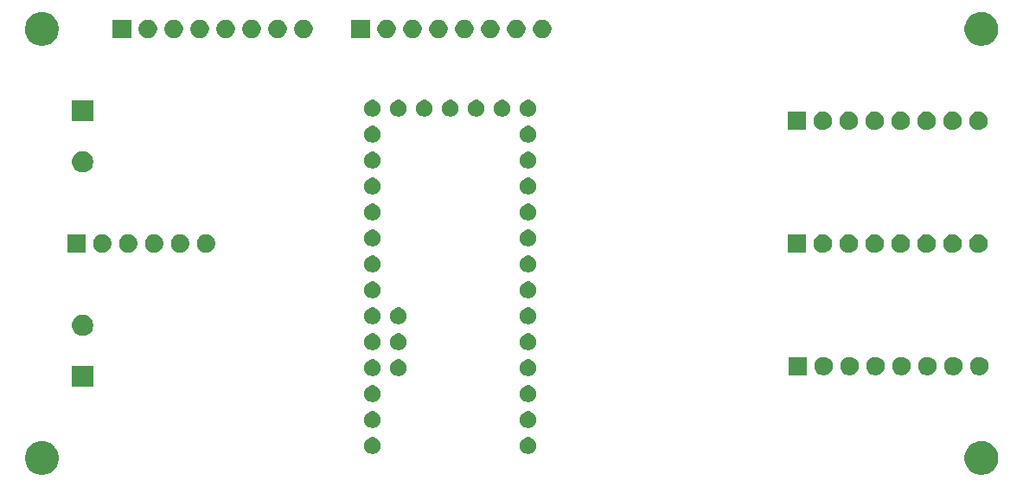
<source format=gbs>
G04 #@! TF.GenerationSoftware,KiCad,Pcbnew,5.1.5-52549c5~84~ubuntu18.04.1*
G04 #@! TF.CreationDate,2020-03-25T21:43:52-04:00*
G04 #@! TF.ProjectId,footswitch,666f6f74-7377-4697-9463-682e6b696361,rev?*
G04 #@! TF.SameCoordinates,Original*
G04 #@! TF.FileFunction,Soldermask,Bot*
G04 #@! TF.FilePolarity,Negative*
%FSLAX46Y46*%
G04 Gerber Fmt 4.6, Leading zero omitted, Abs format (unit mm)*
G04 Created by KiCad (PCBNEW 5.1.5-52549c5~84~ubuntu18.04.1) date 2020-03-25 21:43:52*
%MOMM*%
%LPD*%
G04 APERTURE LIST*
%ADD10C,0.100000*%
G04 APERTURE END LIST*
D10*
G36*
X116375256Y-64391298D02*
G01*
X116481579Y-64412447D01*
X116782042Y-64536903D01*
X117052451Y-64717585D01*
X117282415Y-64947549D01*
X117463097Y-65217958D01*
X117587553Y-65518421D01*
X117651000Y-65837391D01*
X117651000Y-66162609D01*
X117587553Y-66481579D01*
X117463097Y-66782042D01*
X117282415Y-67052451D01*
X117052451Y-67282415D01*
X116782042Y-67463097D01*
X116481579Y-67587553D01*
X116375256Y-67608702D01*
X116162611Y-67651000D01*
X115837389Y-67651000D01*
X115624744Y-67608702D01*
X115518421Y-67587553D01*
X115217958Y-67463097D01*
X114947549Y-67282415D01*
X114717585Y-67052451D01*
X114536903Y-66782042D01*
X114412447Y-66481579D01*
X114349000Y-66162609D01*
X114349000Y-65837391D01*
X114412447Y-65518421D01*
X114536903Y-65217958D01*
X114717585Y-64947549D01*
X114947549Y-64717585D01*
X115217958Y-64536903D01*
X115518421Y-64412447D01*
X115624744Y-64391298D01*
X115837389Y-64349000D01*
X116162611Y-64349000D01*
X116375256Y-64391298D01*
G37*
G36*
X24375256Y-64391298D02*
G01*
X24481579Y-64412447D01*
X24782042Y-64536903D01*
X25052451Y-64717585D01*
X25282415Y-64947549D01*
X25463097Y-65217958D01*
X25587553Y-65518421D01*
X25651000Y-65837391D01*
X25651000Y-66162609D01*
X25587553Y-66481579D01*
X25463097Y-66782042D01*
X25282415Y-67052451D01*
X25052451Y-67282415D01*
X24782042Y-67463097D01*
X24481579Y-67587553D01*
X24375256Y-67608702D01*
X24162611Y-67651000D01*
X23837389Y-67651000D01*
X23624744Y-67608702D01*
X23518421Y-67587553D01*
X23217958Y-67463097D01*
X22947549Y-67282415D01*
X22717585Y-67052451D01*
X22536903Y-66782042D01*
X22412447Y-66481579D01*
X22349000Y-66162609D01*
X22349000Y-65837391D01*
X22412447Y-65518421D01*
X22536903Y-65217958D01*
X22717585Y-64947549D01*
X22947549Y-64717585D01*
X23217958Y-64536903D01*
X23518421Y-64412447D01*
X23624744Y-64391298D01*
X23837389Y-64349000D01*
X24162611Y-64349000D01*
X24375256Y-64391298D01*
G37*
G36*
X71857142Y-63998242D02*
G01*
X72005101Y-64059529D01*
X72138255Y-64148499D01*
X72251501Y-64261745D01*
X72340471Y-64394899D01*
X72401758Y-64542858D01*
X72433000Y-64699925D01*
X72433000Y-64860075D01*
X72401758Y-65017142D01*
X72340471Y-65165101D01*
X72251501Y-65298255D01*
X72138255Y-65411501D01*
X72005101Y-65500471D01*
X71857142Y-65561758D01*
X71700075Y-65593000D01*
X71539925Y-65593000D01*
X71382858Y-65561758D01*
X71234899Y-65500471D01*
X71101745Y-65411501D01*
X70988499Y-65298255D01*
X70899529Y-65165101D01*
X70838242Y-65017142D01*
X70807000Y-64860075D01*
X70807000Y-64699925D01*
X70838242Y-64542858D01*
X70899529Y-64394899D01*
X70988499Y-64261745D01*
X71101745Y-64148499D01*
X71234899Y-64059529D01*
X71382858Y-63998242D01*
X71539925Y-63967000D01*
X71700075Y-63967000D01*
X71857142Y-63998242D01*
G37*
G36*
X56617142Y-63998242D02*
G01*
X56765101Y-64059529D01*
X56898255Y-64148499D01*
X57011501Y-64261745D01*
X57100471Y-64394899D01*
X57161758Y-64542858D01*
X57193000Y-64699925D01*
X57193000Y-64860075D01*
X57161758Y-65017142D01*
X57100471Y-65165101D01*
X57011501Y-65298255D01*
X56898255Y-65411501D01*
X56765101Y-65500471D01*
X56617142Y-65561758D01*
X56460075Y-65593000D01*
X56299925Y-65593000D01*
X56142858Y-65561758D01*
X55994899Y-65500471D01*
X55861745Y-65411501D01*
X55748499Y-65298255D01*
X55659529Y-65165101D01*
X55598242Y-65017142D01*
X55567000Y-64860075D01*
X55567000Y-64699925D01*
X55598242Y-64542858D01*
X55659529Y-64394899D01*
X55748499Y-64261745D01*
X55861745Y-64148499D01*
X55994899Y-64059529D01*
X56142858Y-63998242D01*
X56299925Y-63967000D01*
X56460075Y-63967000D01*
X56617142Y-63998242D01*
G37*
G36*
X71857142Y-61458242D02*
G01*
X72005101Y-61519529D01*
X72138255Y-61608499D01*
X72251501Y-61721745D01*
X72340471Y-61854899D01*
X72401758Y-62002858D01*
X72433000Y-62159925D01*
X72433000Y-62320075D01*
X72401758Y-62477142D01*
X72340471Y-62625101D01*
X72251501Y-62758255D01*
X72138255Y-62871501D01*
X72005101Y-62960471D01*
X71857142Y-63021758D01*
X71700075Y-63053000D01*
X71539925Y-63053000D01*
X71382858Y-63021758D01*
X71234899Y-62960471D01*
X71101745Y-62871501D01*
X70988499Y-62758255D01*
X70899529Y-62625101D01*
X70838242Y-62477142D01*
X70807000Y-62320075D01*
X70807000Y-62159925D01*
X70838242Y-62002858D01*
X70899529Y-61854899D01*
X70988499Y-61721745D01*
X71101745Y-61608499D01*
X71234899Y-61519529D01*
X71382858Y-61458242D01*
X71539925Y-61427000D01*
X71700075Y-61427000D01*
X71857142Y-61458242D01*
G37*
G36*
X56617142Y-61458242D02*
G01*
X56765101Y-61519529D01*
X56898255Y-61608499D01*
X57011501Y-61721745D01*
X57100471Y-61854899D01*
X57161758Y-62002858D01*
X57193000Y-62159925D01*
X57193000Y-62320075D01*
X57161758Y-62477142D01*
X57100471Y-62625101D01*
X57011501Y-62758255D01*
X56898255Y-62871501D01*
X56765101Y-62960471D01*
X56617142Y-63021758D01*
X56460075Y-63053000D01*
X56299925Y-63053000D01*
X56142858Y-63021758D01*
X55994899Y-62960471D01*
X55861745Y-62871501D01*
X55748499Y-62758255D01*
X55659529Y-62625101D01*
X55598242Y-62477142D01*
X55567000Y-62320075D01*
X55567000Y-62159925D01*
X55598242Y-62002858D01*
X55659529Y-61854899D01*
X55748499Y-61721745D01*
X55861745Y-61608499D01*
X55994899Y-61519529D01*
X56142858Y-61458242D01*
X56299925Y-61427000D01*
X56460075Y-61427000D01*
X56617142Y-61458242D01*
G37*
G36*
X71857142Y-58918242D02*
G01*
X72005101Y-58979529D01*
X72138255Y-59068499D01*
X72251501Y-59181745D01*
X72340471Y-59314899D01*
X72401758Y-59462858D01*
X72433000Y-59619925D01*
X72433000Y-59780075D01*
X72401758Y-59937142D01*
X72340471Y-60085101D01*
X72251501Y-60218255D01*
X72138255Y-60331501D01*
X72005101Y-60420471D01*
X71857142Y-60481758D01*
X71700075Y-60513000D01*
X71539925Y-60513000D01*
X71382858Y-60481758D01*
X71234899Y-60420471D01*
X71101745Y-60331501D01*
X70988499Y-60218255D01*
X70899529Y-60085101D01*
X70838242Y-59937142D01*
X70807000Y-59780075D01*
X70807000Y-59619925D01*
X70838242Y-59462858D01*
X70899529Y-59314899D01*
X70988499Y-59181745D01*
X71101745Y-59068499D01*
X71234899Y-58979529D01*
X71382858Y-58918242D01*
X71539925Y-58887000D01*
X71700075Y-58887000D01*
X71857142Y-58918242D01*
G37*
G36*
X56617142Y-58918242D02*
G01*
X56765101Y-58979529D01*
X56898255Y-59068499D01*
X57011501Y-59181745D01*
X57100471Y-59314899D01*
X57161758Y-59462858D01*
X57193000Y-59619925D01*
X57193000Y-59780075D01*
X57161758Y-59937142D01*
X57100471Y-60085101D01*
X57011501Y-60218255D01*
X56898255Y-60331501D01*
X56765101Y-60420471D01*
X56617142Y-60481758D01*
X56460075Y-60513000D01*
X56299925Y-60513000D01*
X56142858Y-60481758D01*
X55994899Y-60420471D01*
X55861745Y-60331501D01*
X55748499Y-60218255D01*
X55659529Y-60085101D01*
X55598242Y-59937142D01*
X55567000Y-59780075D01*
X55567000Y-59619925D01*
X55598242Y-59462858D01*
X55659529Y-59314899D01*
X55748499Y-59181745D01*
X55861745Y-59068499D01*
X55994899Y-58979529D01*
X56142858Y-58918242D01*
X56299925Y-58887000D01*
X56460075Y-58887000D01*
X56617142Y-58918242D01*
G37*
G36*
X29051000Y-59051000D02*
G01*
X26949000Y-59051000D01*
X26949000Y-56949000D01*
X29051000Y-56949000D01*
X29051000Y-59051000D01*
G37*
G36*
X71857142Y-56378242D02*
G01*
X72005101Y-56439529D01*
X72138255Y-56528499D01*
X72251501Y-56641745D01*
X72340471Y-56774899D01*
X72401758Y-56922858D01*
X72433000Y-57079925D01*
X72433000Y-57240075D01*
X72401758Y-57397142D01*
X72340471Y-57545101D01*
X72251501Y-57678255D01*
X72138255Y-57791501D01*
X72005101Y-57880471D01*
X71857142Y-57941758D01*
X71700075Y-57973000D01*
X71539925Y-57973000D01*
X71382858Y-57941758D01*
X71234899Y-57880471D01*
X71101745Y-57791501D01*
X70988499Y-57678255D01*
X70899529Y-57545101D01*
X70838242Y-57397142D01*
X70807000Y-57240075D01*
X70807000Y-57079925D01*
X70838242Y-56922858D01*
X70899529Y-56774899D01*
X70988499Y-56641745D01*
X71101745Y-56528499D01*
X71234899Y-56439529D01*
X71382858Y-56378242D01*
X71539925Y-56347000D01*
X71700075Y-56347000D01*
X71857142Y-56378242D01*
G37*
G36*
X59157142Y-56378242D02*
G01*
X59305101Y-56439529D01*
X59438255Y-56528499D01*
X59551501Y-56641745D01*
X59640471Y-56774899D01*
X59701758Y-56922858D01*
X59733000Y-57079925D01*
X59733000Y-57240075D01*
X59701758Y-57397142D01*
X59640471Y-57545101D01*
X59551501Y-57678255D01*
X59438255Y-57791501D01*
X59305101Y-57880471D01*
X59157142Y-57941758D01*
X59000075Y-57973000D01*
X58839925Y-57973000D01*
X58682858Y-57941758D01*
X58534899Y-57880471D01*
X58401745Y-57791501D01*
X58288499Y-57678255D01*
X58199529Y-57545101D01*
X58138242Y-57397142D01*
X58107000Y-57240075D01*
X58107000Y-57079925D01*
X58138242Y-56922858D01*
X58199529Y-56774899D01*
X58288499Y-56641745D01*
X58401745Y-56528499D01*
X58534899Y-56439529D01*
X58682858Y-56378242D01*
X58839925Y-56347000D01*
X59000075Y-56347000D01*
X59157142Y-56378242D01*
G37*
G36*
X56617142Y-56378242D02*
G01*
X56765101Y-56439529D01*
X56898255Y-56528499D01*
X57011501Y-56641745D01*
X57100471Y-56774899D01*
X57161758Y-56922858D01*
X57193000Y-57079925D01*
X57193000Y-57240075D01*
X57161758Y-57397142D01*
X57100471Y-57545101D01*
X57011501Y-57678255D01*
X56898255Y-57791501D01*
X56765101Y-57880471D01*
X56617142Y-57941758D01*
X56460075Y-57973000D01*
X56299925Y-57973000D01*
X56142858Y-57941758D01*
X55994899Y-57880471D01*
X55861745Y-57791501D01*
X55748499Y-57678255D01*
X55659529Y-57545101D01*
X55598242Y-57397142D01*
X55567000Y-57240075D01*
X55567000Y-57079925D01*
X55598242Y-56922858D01*
X55659529Y-56774899D01*
X55748499Y-56641745D01*
X55861745Y-56528499D01*
X55994899Y-56439529D01*
X56142858Y-56378242D01*
X56299925Y-56347000D01*
X56460075Y-56347000D01*
X56617142Y-56378242D01*
G37*
G36*
X115893512Y-56103927D02*
G01*
X116042812Y-56133624D01*
X116206784Y-56201544D01*
X116354354Y-56300147D01*
X116479853Y-56425646D01*
X116578456Y-56573216D01*
X116646376Y-56737188D01*
X116681000Y-56911259D01*
X116681000Y-57088741D01*
X116646376Y-57262812D01*
X116578456Y-57426784D01*
X116479853Y-57574354D01*
X116354354Y-57699853D01*
X116206784Y-57798456D01*
X116042812Y-57866376D01*
X115893512Y-57896073D01*
X115868742Y-57901000D01*
X115691258Y-57901000D01*
X115666488Y-57896073D01*
X115517188Y-57866376D01*
X115353216Y-57798456D01*
X115205646Y-57699853D01*
X115080147Y-57574354D01*
X114981544Y-57426784D01*
X114913624Y-57262812D01*
X114879000Y-57088741D01*
X114879000Y-56911259D01*
X114913624Y-56737188D01*
X114981544Y-56573216D01*
X115080147Y-56425646D01*
X115205646Y-56300147D01*
X115353216Y-56201544D01*
X115517188Y-56133624D01*
X115666488Y-56103927D01*
X115691258Y-56099000D01*
X115868742Y-56099000D01*
X115893512Y-56103927D01*
G37*
G36*
X98901000Y-57901000D02*
G01*
X97099000Y-57901000D01*
X97099000Y-56099000D01*
X98901000Y-56099000D01*
X98901000Y-57901000D01*
G37*
G36*
X100653512Y-56103927D02*
G01*
X100802812Y-56133624D01*
X100966784Y-56201544D01*
X101114354Y-56300147D01*
X101239853Y-56425646D01*
X101338456Y-56573216D01*
X101406376Y-56737188D01*
X101441000Y-56911259D01*
X101441000Y-57088741D01*
X101406376Y-57262812D01*
X101338456Y-57426784D01*
X101239853Y-57574354D01*
X101114354Y-57699853D01*
X100966784Y-57798456D01*
X100802812Y-57866376D01*
X100653512Y-57896073D01*
X100628742Y-57901000D01*
X100451258Y-57901000D01*
X100426488Y-57896073D01*
X100277188Y-57866376D01*
X100113216Y-57798456D01*
X99965646Y-57699853D01*
X99840147Y-57574354D01*
X99741544Y-57426784D01*
X99673624Y-57262812D01*
X99639000Y-57088741D01*
X99639000Y-56911259D01*
X99673624Y-56737188D01*
X99741544Y-56573216D01*
X99840147Y-56425646D01*
X99965646Y-56300147D01*
X100113216Y-56201544D01*
X100277188Y-56133624D01*
X100426488Y-56103927D01*
X100451258Y-56099000D01*
X100628742Y-56099000D01*
X100653512Y-56103927D01*
G37*
G36*
X103193512Y-56103927D02*
G01*
X103342812Y-56133624D01*
X103506784Y-56201544D01*
X103654354Y-56300147D01*
X103779853Y-56425646D01*
X103878456Y-56573216D01*
X103946376Y-56737188D01*
X103981000Y-56911259D01*
X103981000Y-57088741D01*
X103946376Y-57262812D01*
X103878456Y-57426784D01*
X103779853Y-57574354D01*
X103654354Y-57699853D01*
X103506784Y-57798456D01*
X103342812Y-57866376D01*
X103193512Y-57896073D01*
X103168742Y-57901000D01*
X102991258Y-57901000D01*
X102966488Y-57896073D01*
X102817188Y-57866376D01*
X102653216Y-57798456D01*
X102505646Y-57699853D01*
X102380147Y-57574354D01*
X102281544Y-57426784D01*
X102213624Y-57262812D01*
X102179000Y-57088741D01*
X102179000Y-56911259D01*
X102213624Y-56737188D01*
X102281544Y-56573216D01*
X102380147Y-56425646D01*
X102505646Y-56300147D01*
X102653216Y-56201544D01*
X102817188Y-56133624D01*
X102966488Y-56103927D01*
X102991258Y-56099000D01*
X103168742Y-56099000D01*
X103193512Y-56103927D01*
G37*
G36*
X105733512Y-56103927D02*
G01*
X105882812Y-56133624D01*
X106046784Y-56201544D01*
X106194354Y-56300147D01*
X106319853Y-56425646D01*
X106418456Y-56573216D01*
X106486376Y-56737188D01*
X106521000Y-56911259D01*
X106521000Y-57088741D01*
X106486376Y-57262812D01*
X106418456Y-57426784D01*
X106319853Y-57574354D01*
X106194354Y-57699853D01*
X106046784Y-57798456D01*
X105882812Y-57866376D01*
X105733512Y-57896073D01*
X105708742Y-57901000D01*
X105531258Y-57901000D01*
X105506488Y-57896073D01*
X105357188Y-57866376D01*
X105193216Y-57798456D01*
X105045646Y-57699853D01*
X104920147Y-57574354D01*
X104821544Y-57426784D01*
X104753624Y-57262812D01*
X104719000Y-57088741D01*
X104719000Y-56911259D01*
X104753624Y-56737188D01*
X104821544Y-56573216D01*
X104920147Y-56425646D01*
X105045646Y-56300147D01*
X105193216Y-56201544D01*
X105357188Y-56133624D01*
X105506488Y-56103927D01*
X105531258Y-56099000D01*
X105708742Y-56099000D01*
X105733512Y-56103927D01*
G37*
G36*
X108273512Y-56103927D02*
G01*
X108422812Y-56133624D01*
X108586784Y-56201544D01*
X108734354Y-56300147D01*
X108859853Y-56425646D01*
X108958456Y-56573216D01*
X109026376Y-56737188D01*
X109061000Y-56911259D01*
X109061000Y-57088741D01*
X109026376Y-57262812D01*
X108958456Y-57426784D01*
X108859853Y-57574354D01*
X108734354Y-57699853D01*
X108586784Y-57798456D01*
X108422812Y-57866376D01*
X108273512Y-57896073D01*
X108248742Y-57901000D01*
X108071258Y-57901000D01*
X108046488Y-57896073D01*
X107897188Y-57866376D01*
X107733216Y-57798456D01*
X107585646Y-57699853D01*
X107460147Y-57574354D01*
X107361544Y-57426784D01*
X107293624Y-57262812D01*
X107259000Y-57088741D01*
X107259000Y-56911259D01*
X107293624Y-56737188D01*
X107361544Y-56573216D01*
X107460147Y-56425646D01*
X107585646Y-56300147D01*
X107733216Y-56201544D01*
X107897188Y-56133624D01*
X108046488Y-56103927D01*
X108071258Y-56099000D01*
X108248742Y-56099000D01*
X108273512Y-56103927D01*
G37*
G36*
X113353512Y-56103927D02*
G01*
X113502812Y-56133624D01*
X113666784Y-56201544D01*
X113814354Y-56300147D01*
X113939853Y-56425646D01*
X114038456Y-56573216D01*
X114106376Y-56737188D01*
X114141000Y-56911259D01*
X114141000Y-57088741D01*
X114106376Y-57262812D01*
X114038456Y-57426784D01*
X113939853Y-57574354D01*
X113814354Y-57699853D01*
X113666784Y-57798456D01*
X113502812Y-57866376D01*
X113353512Y-57896073D01*
X113328742Y-57901000D01*
X113151258Y-57901000D01*
X113126488Y-57896073D01*
X112977188Y-57866376D01*
X112813216Y-57798456D01*
X112665646Y-57699853D01*
X112540147Y-57574354D01*
X112441544Y-57426784D01*
X112373624Y-57262812D01*
X112339000Y-57088741D01*
X112339000Y-56911259D01*
X112373624Y-56737188D01*
X112441544Y-56573216D01*
X112540147Y-56425646D01*
X112665646Y-56300147D01*
X112813216Y-56201544D01*
X112977188Y-56133624D01*
X113126488Y-56103927D01*
X113151258Y-56099000D01*
X113328742Y-56099000D01*
X113353512Y-56103927D01*
G37*
G36*
X110813512Y-56103927D02*
G01*
X110962812Y-56133624D01*
X111126784Y-56201544D01*
X111274354Y-56300147D01*
X111399853Y-56425646D01*
X111498456Y-56573216D01*
X111566376Y-56737188D01*
X111601000Y-56911259D01*
X111601000Y-57088741D01*
X111566376Y-57262812D01*
X111498456Y-57426784D01*
X111399853Y-57574354D01*
X111274354Y-57699853D01*
X111126784Y-57798456D01*
X110962812Y-57866376D01*
X110813512Y-57896073D01*
X110788742Y-57901000D01*
X110611258Y-57901000D01*
X110586488Y-57896073D01*
X110437188Y-57866376D01*
X110273216Y-57798456D01*
X110125646Y-57699853D01*
X110000147Y-57574354D01*
X109901544Y-57426784D01*
X109833624Y-57262812D01*
X109799000Y-57088741D01*
X109799000Y-56911259D01*
X109833624Y-56737188D01*
X109901544Y-56573216D01*
X110000147Y-56425646D01*
X110125646Y-56300147D01*
X110273216Y-56201544D01*
X110437188Y-56133624D01*
X110586488Y-56103927D01*
X110611258Y-56099000D01*
X110788742Y-56099000D01*
X110813512Y-56103927D01*
G37*
G36*
X56617142Y-53838242D02*
G01*
X56765101Y-53899529D01*
X56898255Y-53988499D01*
X57011501Y-54101745D01*
X57100471Y-54234899D01*
X57161758Y-54382858D01*
X57193000Y-54539925D01*
X57193000Y-54700075D01*
X57161758Y-54857142D01*
X57100471Y-55005101D01*
X57011501Y-55138255D01*
X56898255Y-55251501D01*
X56765101Y-55340471D01*
X56617142Y-55401758D01*
X56460075Y-55433000D01*
X56299925Y-55433000D01*
X56142858Y-55401758D01*
X55994899Y-55340471D01*
X55861745Y-55251501D01*
X55748499Y-55138255D01*
X55659529Y-55005101D01*
X55598242Y-54857142D01*
X55567000Y-54700075D01*
X55567000Y-54539925D01*
X55598242Y-54382858D01*
X55659529Y-54234899D01*
X55748499Y-54101745D01*
X55861745Y-53988499D01*
X55994899Y-53899529D01*
X56142858Y-53838242D01*
X56299925Y-53807000D01*
X56460075Y-53807000D01*
X56617142Y-53838242D01*
G37*
G36*
X59157142Y-53838242D02*
G01*
X59305101Y-53899529D01*
X59438255Y-53988499D01*
X59551501Y-54101745D01*
X59640471Y-54234899D01*
X59701758Y-54382858D01*
X59733000Y-54539925D01*
X59733000Y-54700075D01*
X59701758Y-54857142D01*
X59640471Y-55005101D01*
X59551501Y-55138255D01*
X59438255Y-55251501D01*
X59305101Y-55340471D01*
X59157142Y-55401758D01*
X59000075Y-55433000D01*
X58839925Y-55433000D01*
X58682858Y-55401758D01*
X58534899Y-55340471D01*
X58401745Y-55251501D01*
X58288499Y-55138255D01*
X58199529Y-55005101D01*
X58138242Y-54857142D01*
X58107000Y-54700075D01*
X58107000Y-54539925D01*
X58138242Y-54382858D01*
X58199529Y-54234899D01*
X58288499Y-54101745D01*
X58401745Y-53988499D01*
X58534899Y-53899529D01*
X58682858Y-53838242D01*
X58839925Y-53807000D01*
X59000075Y-53807000D01*
X59157142Y-53838242D01*
G37*
G36*
X71857142Y-53838242D02*
G01*
X72005101Y-53899529D01*
X72138255Y-53988499D01*
X72251501Y-54101745D01*
X72340471Y-54234899D01*
X72401758Y-54382858D01*
X72433000Y-54539925D01*
X72433000Y-54700075D01*
X72401758Y-54857142D01*
X72340471Y-55005101D01*
X72251501Y-55138255D01*
X72138255Y-55251501D01*
X72005101Y-55340471D01*
X71857142Y-55401758D01*
X71700075Y-55433000D01*
X71539925Y-55433000D01*
X71382858Y-55401758D01*
X71234899Y-55340471D01*
X71101745Y-55251501D01*
X70988499Y-55138255D01*
X70899529Y-55005101D01*
X70838242Y-54857142D01*
X70807000Y-54700075D01*
X70807000Y-54539925D01*
X70838242Y-54382858D01*
X70899529Y-54234899D01*
X70988499Y-54101745D01*
X71101745Y-53988499D01*
X71234899Y-53899529D01*
X71382858Y-53838242D01*
X71539925Y-53807000D01*
X71700075Y-53807000D01*
X71857142Y-53838242D01*
G37*
G36*
X28306564Y-51989389D02*
G01*
X28497833Y-52068615D01*
X28497835Y-52068616D01*
X28669973Y-52183635D01*
X28816365Y-52330027D01*
X28906619Y-52465101D01*
X28931385Y-52502167D01*
X29010611Y-52693436D01*
X29051000Y-52896484D01*
X29051000Y-53103516D01*
X29010611Y-53306564D01*
X28931385Y-53497833D01*
X28931384Y-53497835D01*
X28816365Y-53669973D01*
X28669973Y-53816365D01*
X28497835Y-53931384D01*
X28497834Y-53931385D01*
X28497833Y-53931385D01*
X28306564Y-54010611D01*
X28103516Y-54051000D01*
X27896484Y-54051000D01*
X27693436Y-54010611D01*
X27502167Y-53931385D01*
X27502166Y-53931385D01*
X27502165Y-53931384D01*
X27330027Y-53816365D01*
X27183635Y-53669973D01*
X27068616Y-53497835D01*
X27068615Y-53497833D01*
X26989389Y-53306564D01*
X26949000Y-53103516D01*
X26949000Y-52896484D01*
X26989389Y-52693436D01*
X27068615Y-52502167D01*
X27093382Y-52465101D01*
X27183635Y-52330027D01*
X27330027Y-52183635D01*
X27502165Y-52068616D01*
X27502167Y-52068615D01*
X27693436Y-51989389D01*
X27896484Y-51949000D01*
X28103516Y-51949000D01*
X28306564Y-51989389D01*
G37*
G36*
X56617142Y-51298242D02*
G01*
X56765101Y-51359529D01*
X56898255Y-51448499D01*
X57011501Y-51561745D01*
X57100471Y-51694899D01*
X57161758Y-51842858D01*
X57193000Y-51999925D01*
X57193000Y-52160075D01*
X57161758Y-52317142D01*
X57100471Y-52465101D01*
X57011501Y-52598255D01*
X56898255Y-52711501D01*
X56765101Y-52800471D01*
X56617142Y-52861758D01*
X56460075Y-52893000D01*
X56299925Y-52893000D01*
X56142858Y-52861758D01*
X55994899Y-52800471D01*
X55861745Y-52711501D01*
X55748499Y-52598255D01*
X55659529Y-52465101D01*
X55598242Y-52317142D01*
X55567000Y-52160075D01*
X55567000Y-51999925D01*
X55598242Y-51842858D01*
X55659529Y-51694899D01*
X55748499Y-51561745D01*
X55861745Y-51448499D01*
X55994899Y-51359529D01*
X56142858Y-51298242D01*
X56299925Y-51267000D01*
X56460075Y-51267000D01*
X56617142Y-51298242D01*
G37*
G36*
X59157142Y-51298242D02*
G01*
X59305101Y-51359529D01*
X59438255Y-51448499D01*
X59551501Y-51561745D01*
X59640471Y-51694899D01*
X59701758Y-51842858D01*
X59733000Y-51999925D01*
X59733000Y-52160075D01*
X59701758Y-52317142D01*
X59640471Y-52465101D01*
X59551501Y-52598255D01*
X59438255Y-52711501D01*
X59305101Y-52800471D01*
X59157142Y-52861758D01*
X59000075Y-52893000D01*
X58839925Y-52893000D01*
X58682858Y-52861758D01*
X58534899Y-52800471D01*
X58401745Y-52711501D01*
X58288499Y-52598255D01*
X58199529Y-52465101D01*
X58138242Y-52317142D01*
X58107000Y-52160075D01*
X58107000Y-51999925D01*
X58138242Y-51842858D01*
X58199529Y-51694899D01*
X58288499Y-51561745D01*
X58401745Y-51448499D01*
X58534899Y-51359529D01*
X58682858Y-51298242D01*
X58839925Y-51267000D01*
X59000075Y-51267000D01*
X59157142Y-51298242D01*
G37*
G36*
X71857142Y-51298242D02*
G01*
X72005101Y-51359529D01*
X72138255Y-51448499D01*
X72251501Y-51561745D01*
X72340471Y-51694899D01*
X72401758Y-51842858D01*
X72433000Y-51999925D01*
X72433000Y-52160075D01*
X72401758Y-52317142D01*
X72340471Y-52465101D01*
X72251501Y-52598255D01*
X72138255Y-52711501D01*
X72005101Y-52800471D01*
X71857142Y-52861758D01*
X71700075Y-52893000D01*
X71539925Y-52893000D01*
X71382858Y-52861758D01*
X71234899Y-52800471D01*
X71101745Y-52711501D01*
X70988499Y-52598255D01*
X70899529Y-52465101D01*
X70838242Y-52317142D01*
X70807000Y-52160075D01*
X70807000Y-51999925D01*
X70838242Y-51842858D01*
X70899529Y-51694899D01*
X70988499Y-51561745D01*
X71101745Y-51448499D01*
X71234899Y-51359529D01*
X71382858Y-51298242D01*
X71539925Y-51267000D01*
X71700075Y-51267000D01*
X71857142Y-51298242D01*
G37*
G36*
X56617142Y-48758242D02*
G01*
X56765101Y-48819529D01*
X56898255Y-48908499D01*
X57011501Y-49021745D01*
X57100471Y-49154899D01*
X57161758Y-49302858D01*
X57193000Y-49459925D01*
X57193000Y-49620075D01*
X57161758Y-49777142D01*
X57100471Y-49925101D01*
X57011501Y-50058255D01*
X56898255Y-50171501D01*
X56765101Y-50260471D01*
X56617142Y-50321758D01*
X56460075Y-50353000D01*
X56299925Y-50353000D01*
X56142858Y-50321758D01*
X55994899Y-50260471D01*
X55861745Y-50171501D01*
X55748499Y-50058255D01*
X55659529Y-49925101D01*
X55598242Y-49777142D01*
X55567000Y-49620075D01*
X55567000Y-49459925D01*
X55598242Y-49302858D01*
X55659529Y-49154899D01*
X55748499Y-49021745D01*
X55861745Y-48908499D01*
X55994899Y-48819529D01*
X56142858Y-48758242D01*
X56299925Y-48727000D01*
X56460075Y-48727000D01*
X56617142Y-48758242D01*
G37*
G36*
X71857142Y-48758242D02*
G01*
X72005101Y-48819529D01*
X72138255Y-48908499D01*
X72251501Y-49021745D01*
X72340471Y-49154899D01*
X72401758Y-49302858D01*
X72433000Y-49459925D01*
X72433000Y-49620075D01*
X72401758Y-49777142D01*
X72340471Y-49925101D01*
X72251501Y-50058255D01*
X72138255Y-50171501D01*
X72005101Y-50260471D01*
X71857142Y-50321758D01*
X71700075Y-50353000D01*
X71539925Y-50353000D01*
X71382858Y-50321758D01*
X71234899Y-50260471D01*
X71101745Y-50171501D01*
X70988499Y-50058255D01*
X70899529Y-49925101D01*
X70838242Y-49777142D01*
X70807000Y-49620075D01*
X70807000Y-49459925D01*
X70838242Y-49302858D01*
X70899529Y-49154899D01*
X70988499Y-49021745D01*
X71101745Y-48908499D01*
X71234899Y-48819529D01*
X71382858Y-48758242D01*
X71539925Y-48727000D01*
X71700075Y-48727000D01*
X71857142Y-48758242D01*
G37*
G36*
X71857142Y-46218242D02*
G01*
X72005101Y-46279529D01*
X72138255Y-46368499D01*
X72251501Y-46481745D01*
X72340471Y-46614899D01*
X72401758Y-46762858D01*
X72433000Y-46919925D01*
X72433000Y-47080075D01*
X72401758Y-47237142D01*
X72340471Y-47385101D01*
X72251501Y-47518255D01*
X72138255Y-47631501D01*
X72005101Y-47720471D01*
X71857142Y-47781758D01*
X71700075Y-47813000D01*
X71539925Y-47813000D01*
X71382858Y-47781758D01*
X71234899Y-47720471D01*
X71101745Y-47631501D01*
X70988499Y-47518255D01*
X70899529Y-47385101D01*
X70838242Y-47237142D01*
X70807000Y-47080075D01*
X70807000Y-46919925D01*
X70838242Y-46762858D01*
X70899529Y-46614899D01*
X70988499Y-46481745D01*
X71101745Y-46368499D01*
X71234899Y-46279529D01*
X71382858Y-46218242D01*
X71539925Y-46187000D01*
X71700075Y-46187000D01*
X71857142Y-46218242D01*
G37*
G36*
X56617142Y-46218242D02*
G01*
X56765101Y-46279529D01*
X56898255Y-46368499D01*
X57011501Y-46481745D01*
X57100471Y-46614899D01*
X57161758Y-46762858D01*
X57193000Y-46919925D01*
X57193000Y-47080075D01*
X57161758Y-47237142D01*
X57100471Y-47385101D01*
X57011501Y-47518255D01*
X56898255Y-47631501D01*
X56765101Y-47720471D01*
X56617142Y-47781758D01*
X56460075Y-47813000D01*
X56299925Y-47813000D01*
X56142858Y-47781758D01*
X55994899Y-47720471D01*
X55861745Y-47631501D01*
X55748499Y-47518255D01*
X55659529Y-47385101D01*
X55598242Y-47237142D01*
X55567000Y-47080075D01*
X55567000Y-46919925D01*
X55598242Y-46762858D01*
X55659529Y-46614899D01*
X55748499Y-46481745D01*
X55861745Y-46368499D01*
X55994899Y-46279529D01*
X56142858Y-46218242D01*
X56299925Y-46187000D01*
X56460075Y-46187000D01*
X56617142Y-46218242D01*
G37*
G36*
X103113512Y-44103927D02*
G01*
X103262812Y-44133624D01*
X103426784Y-44201544D01*
X103574354Y-44300147D01*
X103699853Y-44425646D01*
X103798456Y-44573216D01*
X103866376Y-44737188D01*
X103896073Y-44886488D01*
X103901000Y-44911258D01*
X103901000Y-45088742D01*
X103900451Y-45091501D01*
X103866376Y-45262812D01*
X103798456Y-45426784D01*
X103699853Y-45574354D01*
X103574354Y-45699853D01*
X103426784Y-45798456D01*
X103262812Y-45866376D01*
X103113512Y-45896073D01*
X103088742Y-45901000D01*
X102911258Y-45901000D01*
X102886488Y-45896073D01*
X102737188Y-45866376D01*
X102573216Y-45798456D01*
X102425646Y-45699853D01*
X102300147Y-45574354D01*
X102201544Y-45426784D01*
X102133624Y-45262812D01*
X102099549Y-45091501D01*
X102099000Y-45088742D01*
X102099000Y-44911258D01*
X102103927Y-44886488D01*
X102133624Y-44737188D01*
X102201544Y-44573216D01*
X102300147Y-44425646D01*
X102425646Y-44300147D01*
X102573216Y-44201544D01*
X102737188Y-44133624D01*
X102886488Y-44103927D01*
X102911258Y-44099000D01*
X103088742Y-44099000D01*
X103113512Y-44103927D01*
G37*
G36*
X28281000Y-45901000D02*
G01*
X26479000Y-45901000D01*
X26479000Y-44099000D01*
X28281000Y-44099000D01*
X28281000Y-45901000D01*
G37*
G36*
X30033512Y-44103927D02*
G01*
X30182812Y-44133624D01*
X30346784Y-44201544D01*
X30494354Y-44300147D01*
X30619853Y-44425646D01*
X30718456Y-44573216D01*
X30786376Y-44737188D01*
X30816073Y-44886488D01*
X30821000Y-44911258D01*
X30821000Y-45088742D01*
X30820451Y-45091501D01*
X30786376Y-45262812D01*
X30718456Y-45426784D01*
X30619853Y-45574354D01*
X30494354Y-45699853D01*
X30346784Y-45798456D01*
X30182812Y-45866376D01*
X30033512Y-45896073D01*
X30008742Y-45901000D01*
X29831258Y-45901000D01*
X29806488Y-45896073D01*
X29657188Y-45866376D01*
X29493216Y-45798456D01*
X29345646Y-45699853D01*
X29220147Y-45574354D01*
X29121544Y-45426784D01*
X29053624Y-45262812D01*
X29019549Y-45091501D01*
X29019000Y-45088742D01*
X29019000Y-44911258D01*
X29023927Y-44886488D01*
X29053624Y-44737188D01*
X29121544Y-44573216D01*
X29220147Y-44425646D01*
X29345646Y-44300147D01*
X29493216Y-44201544D01*
X29657188Y-44133624D01*
X29806488Y-44103927D01*
X29831258Y-44099000D01*
X30008742Y-44099000D01*
X30033512Y-44103927D01*
G37*
G36*
X32573512Y-44103927D02*
G01*
X32722812Y-44133624D01*
X32886784Y-44201544D01*
X33034354Y-44300147D01*
X33159853Y-44425646D01*
X33258456Y-44573216D01*
X33326376Y-44737188D01*
X33356073Y-44886488D01*
X33361000Y-44911258D01*
X33361000Y-45088742D01*
X33360451Y-45091501D01*
X33326376Y-45262812D01*
X33258456Y-45426784D01*
X33159853Y-45574354D01*
X33034354Y-45699853D01*
X32886784Y-45798456D01*
X32722812Y-45866376D01*
X32573512Y-45896073D01*
X32548742Y-45901000D01*
X32371258Y-45901000D01*
X32346488Y-45896073D01*
X32197188Y-45866376D01*
X32033216Y-45798456D01*
X31885646Y-45699853D01*
X31760147Y-45574354D01*
X31661544Y-45426784D01*
X31593624Y-45262812D01*
X31559549Y-45091501D01*
X31559000Y-45088742D01*
X31559000Y-44911258D01*
X31563927Y-44886488D01*
X31593624Y-44737188D01*
X31661544Y-44573216D01*
X31760147Y-44425646D01*
X31885646Y-44300147D01*
X32033216Y-44201544D01*
X32197188Y-44133624D01*
X32346488Y-44103927D01*
X32371258Y-44099000D01*
X32548742Y-44099000D01*
X32573512Y-44103927D01*
G37*
G36*
X35113512Y-44103927D02*
G01*
X35262812Y-44133624D01*
X35426784Y-44201544D01*
X35574354Y-44300147D01*
X35699853Y-44425646D01*
X35798456Y-44573216D01*
X35866376Y-44737188D01*
X35896073Y-44886488D01*
X35901000Y-44911258D01*
X35901000Y-45088742D01*
X35900451Y-45091501D01*
X35866376Y-45262812D01*
X35798456Y-45426784D01*
X35699853Y-45574354D01*
X35574354Y-45699853D01*
X35426784Y-45798456D01*
X35262812Y-45866376D01*
X35113512Y-45896073D01*
X35088742Y-45901000D01*
X34911258Y-45901000D01*
X34886488Y-45896073D01*
X34737188Y-45866376D01*
X34573216Y-45798456D01*
X34425646Y-45699853D01*
X34300147Y-45574354D01*
X34201544Y-45426784D01*
X34133624Y-45262812D01*
X34099549Y-45091501D01*
X34099000Y-45088742D01*
X34099000Y-44911258D01*
X34103927Y-44886488D01*
X34133624Y-44737188D01*
X34201544Y-44573216D01*
X34300147Y-44425646D01*
X34425646Y-44300147D01*
X34573216Y-44201544D01*
X34737188Y-44133624D01*
X34886488Y-44103927D01*
X34911258Y-44099000D01*
X35088742Y-44099000D01*
X35113512Y-44103927D01*
G37*
G36*
X37653512Y-44103927D02*
G01*
X37802812Y-44133624D01*
X37966784Y-44201544D01*
X38114354Y-44300147D01*
X38239853Y-44425646D01*
X38338456Y-44573216D01*
X38406376Y-44737188D01*
X38436073Y-44886488D01*
X38441000Y-44911258D01*
X38441000Y-45088742D01*
X38440451Y-45091501D01*
X38406376Y-45262812D01*
X38338456Y-45426784D01*
X38239853Y-45574354D01*
X38114354Y-45699853D01*
X37966784Y-45798456D01*
X37802812Y-45866376D01*
X37653512Y-45896073D01*
X37628742Y-45901000D01*
X37451258Y-45901000D01*
X37426488Y-45896073D01*
X37277188Y-45866376D01*
X37113216Y-45798456D01*
X36965646Y-45699853D01*
X36840147Y-45574354D01*
X36741544Y-45426784D01*
X36673624Y-45262812D01*
X36639549Y-45091501D01*
X36639000Y-45088742D01*
X36639000Y-44911258D01*
X36643927Y-44886488D01*
X36673624Y-44737188D01*
X36741544Y-44573216D01*
X36840147Y-44425646D01*
X36965646Y-44300147D01*
X37113216Y-44201544D01*
X37277188Y-44133624D01*
X37426488Y-44103927D01*
X37451258Y-44099000D01*
X37628742Y-44099000D01*
X37653512Y-44103927D01*
G37*
G36*
X98821000Y-45901000D02*
G01*
X97019000Y-45901000D01*
X97019000Y-44099000D01*
X98821000Y-44099000D01*
X98821000Y-45901000D01*
G37*
G36*
X108193512Y-44103927D02*
G01*
X108342812Y-44133624D01*
X108506784Y-44201544D01*
X108654354Y-44300147D01*
X108779853Y-44425646D01*
X108878456Y-44573216D01*
X108946376Y-44737188D01*
X108976073Y-44886488D01*
X108981000Y-44911258D01*
X108981000Y-45088742D01*
X108980451Y-45091501D01*
X108946376Y-45262812D01*
X108878456Y-45426784D01*
X108779853Y-45574354D01*
X108654354Y-45699853D01*
X108506784Y-45798456D01*
X108342812Y-45866376D01*
X108193512Y-45896073D01*
X108168742Y-45901000D01*
X107991258Y-45901000D01*
X107966488Y-45896073D01*
X107817188Y-45866376D01*
X107653216Y-45798456D01*
X107505646Y-45699853D01*
X107380147Y-45574354D01*
X107281544Y-45426784D01*
X107213624Y-45262812D01*
X107179549Y-45091501D01*
X107179000Y-45088742D01*
X107179000Y-44911258D01*
X107183927Y-44886488D01*
X107213624Y-44737188D01*
X107281544Y-44573216D01*
X107380147Y-44425646D01*
X107505646Y-44300147D01*
X107653216Y-44201544D01*
X107817188Y-44133624D01*
X107966488Y-44103927D01*
X107991258Y-44099000D01*
X108168742Y-44099000D01*
X108193512Y-44103927D01*
G37*
G36*
X40193512Y-44103927D02*
G01*
X40342812Y-44133624D01*
X40506784Y-44201544D01*
X40654354Y-44300147D01*
X40779853Y-44425646D01*
X40878456Y-44573216D01*
X40946376Y-44737188D01*
X40976073Y-44886488D01*
X40981000Y-44911258D01*
X40981000Y-45088742D01*
X40980451Y-45091501D01*
X40946376Y-45262812D01*
X40878456Y-45426784D01*
X40779853Y-45574354D01*
X40654354Y-45699853D01*
X40506784Y-45798456D01*
X40342812Y-45866376D01*
X40193512Y-45896073D01*
X40168742Y-45901000D01*
X39991258Y-45901000D01*
X39966488Y-45896073D01*
X39817188Y-45866376D01*
X39653216Y-45798456D01*
X39505646Y-45699853D01*
X39380147Y-45574354D01*
X39281544Y-45426784D01*
X39213624Y-45262812D01*
X39179549Y-45091501D01*
X39179000Y-45088742D01*
X39179000Y-44911258D01*
X39183927Y-44886488D01*
X39213624Y-44737188D01*
X39281544Y-44573216D01*
X39380147Y-44425646D01*
X39505646Y-44300147D01*
X39653216Y-44201544D01*
X39817188Y-44133624D01*
X39966488Y-44103927D01*
X39991258Y-44099000D01*
X40168742Y-44099000D01*
X40193512Y-44103927D01*
G37*
G36*
X100573512Y-44103927D02*
G01*
X100722812Y-44133624D01*
X100886784Y-44201544D01*
X101034354Y-44300147D01*
X101159853Y-44425646D01*
X101258456Y-44573216D01*
X101326376Y-44737188D01*
X101356073Y-44886488D01*
X101361000Y-44911258D01*
X101361000Y-45088742D01*
X101360451Y-45091501D01*
X101326376Y-45262812D01*
X101258456Y-45426784D01*
X101159853Y-45574354D01*
X101034354Y-45699853D01*
X100886784Y-45798456D01*
X100722812Y-45866376D01*
X100573512Y-45896073D01*
X100548742Y-45901000D01*
X100371258Y-45901000D01*
X100346488Y-45896073D01*
X100197188Y-45866376D01*
X100033216Y-45798456D01*
X99885646Y-45699853D01*
X99760147Y-45574354D01*
X99661544Y-45426784D01*
X99593624Y-45262812D01*
X99559549Y-45091501D01*
X99559000Y-45088742D01*
X99559000Y-44911258D01*
X99563927Y-44886488D01*
X99593624Y-44737188D01*
X99661544Y-44573216D01*
X99760147Y-44425646D01*
X99885646Y-44300147D01*
X100033216Y-44201544D01*
X100197188Y-44133624D01*
X100346488Y-44103927D01*
X100371258Y-44099000D01*
X100548742Y-44099000D01*
X100573512Y-44103927D01*
G37*
G36*
X110733512Y-44103927D02*
G01*
X110882812Y-44133624D01*
X111046784Y-44201544D01*
X111194354Y-44300147D01*
X111319853Y-44425646D01*
X111418456Y-44573216D01*
X111486376Y-44737188D01*
X111516073Y-44886488D01*
X111521000Y-44911258D01*
X111521000Y-45088742D01*
X111520451Y-45091501D01*
X111486376Y-45262812D01*
X111418456Y-45426784D01*
X111319853Y-45574354D01*
X111194354Y-45699853D01*
X111046784Y-45798456D01*
X110882812Y-45866376D01*
X110733512Y-45896073D01*
X110708742Y-45901000D01*
X110531258Y-45901000D01*
X110506488Y-45896073D01*
X110357188Y-45866376D01*
X110193216Y-45798456D01*
X110045646Y-45699853D01*
X109920147Y-45574354D01*
X109821544Y-45426784D01*
X109753624Y-45262812D01*
X109719549Y-45091501D01*
X109719000Y-45088742D01*
X109719000Y-44911258D01*
X109723927Y-44886488D01*
X109753624Y-44737188D01*
X109821544Y-44573216D01*
X109920147Y-44425646D01*
X110045646Y-44300147D01*
X110193216Y-44201544D01*
X110357188Y-44133624D01*
X110506488Y-44103927D01*
X110531258Y-44099000D01*
X110708742Y-44099000D01*
X110733512Y-44103927D01*
G37*
G36*
X113273512Y-44103927D02*
G01*
X113422812Y-44133624D01*
X113586784Y-44201544D01*
X113734354Y-44300147D01*
X113859853Y-44425646D01*
X113958456Y-44573216D01*
X114026376Y-44737188D01*
X114056073Y-44886488D01*
X114061000Y-44911258D01*
X114061000Y-45088742D01*
X114060451Y-45091501D01*
X114026376Y-45262812D01*
X113958456Y-45426784D01*
X113859853Y-45574354D01*
X113734354Y-45699853D01*
X113586784Y-45798456D01*
X113422812Y-45866376D01*
X113273512Y-45896073D01*
X113248742Y-45901000D01*
X113071258Y-45901000D01*
X113046488Y-45896073D01*
X112897188Y-45866376D01*
X112733216Y-45798456D01*
X112585646Y-45699853D01*
X112460147Y-45574354D01*
X112361544Y-45426784D01*
X112293624Y-45262812D01*
X112259549Y-45091501D01*
X112259000Y-45088742D01*
X112259000Y-44911258D01*
X112263927Y-44886488D01*
X112293624Y-44737188D01*
X112361544Y-44573216D01*
X112460147Y-44425646D01*
X112585646Y-44300147D01*
X112733216Y-44201544D01*
X112897188Y-44133624D01*
X113046488Y-44103927D01*
X113071258Y-44099000D01*
X113248742Y-44099000D01*
X113273512Y-44103927D01*
G37*
G36*
X115813512Y-44103927D02*
G01*
X115962812Y-44133624D01*
X116126784Y-44201544D01*
X116274354Y-44300147D01*
X116399853Y-44425646D01*
X116498456Y-44573216D01*
X116566376Y-44737188D01*
X116596073Y-44886488D01*
X116601000Y-44911258D01*
X116601000Y-45088742D01*
X116600451Y-45091501D01*
X116566376Y-45262812D01*
X116498456Y-45426784D01*
X116399853Y-45574354D01*
X116274354Y-45699853D01*
X116126784Y-45798456D01*
X115962812Y-45866376D01*
X115813512Y-45896073D01*
X115788742Y-45901000D01*
X115611258Y-45901000D01*
X115586488Y-45896073D01*
X115437188Y-45866376D01*
X115273216Y-45798456D01*
X115125646Y-45699853D01*
X115000147Y-45574354D01*
X114901544Y-45426784D01*
X114833624Y-45262812D01*
X114799549Y-45091501D01*
X114799000Y-45088742D01*
X114799000Y-44911258D01*
X114803927Y-44886488D01*
X114833624Y-44737188D01*
X114901544Y-44573216D01*
X115000147Y-44425646D01*
X115125646Y-44300147D01*
X115273216Y-44201544D01*
X115437188Y-44133624D01*
X115586488Y-44103927D01*
X115611258Y-44099000D01*
X115788742Y-44099000D01*
X115813512Y-44103927D01*
G37*
G36*
X105653512Y-44103927D02*
G01*
X105802812Y-44133624D01*
X105966784Y-44201544D01*
X106114354Y-44300147D01*
X106239853Y-44425646D01*
X106338456Y-44573216D01*
X106406376Y-44737188D01*
X106436073Y-44886488D01*
X106441000Y-44911258D01*
X106441000Y-45088742D01*
X106440451Y-45091501D01*
X106406376Y-45262812D01*
X106338456Y-45426784D01*
X106239853Y-45574354D01*
X106114354Y-45699853D01*
X105966784Y-45798456D01*
X105802812Y-45866376D01*
X105653512Y-45896073D01*
X105628742Y-45901000D01*
X105451258Y-45901000D01*
X105426488Y-45896073D01*
X105277188Y-45866376D01*
X105113216Y-45798456D01*
X104965646Y-45699853D01*
X104840147Y-45574354D01*
X104741544Y-45426784D01*
X104673624Y-45262812D01*
X104639549Y-45091501D01*
X104639000Y-45088742D01*
X104639000Y-44911258D01*
X104643927Y-44886488D01*
X104673624Y-44737188D01*
X104741544Y-44573216D01*
X104840147Y-44425646D01*
X104965646Y-44300147D01*
X105113216Y-44201544D01*
X105277188Y-44133624D01*
X105426488Y-44103927D01*
X105451258Y-44099000D01*
X105628742Y-44099000D01*
X105653512Y-44103927D01*
G37*
G36*
X56617142Y-43678242D02*
G01*
X56765101Y-43739529D01*
X56898255Y-43828499D01*
X57011501Y-43941745D01*
X57100471Y-44074899D01*
X57161758Y-44222858D01*
X57193000Y-44379925D01*
X57193000Y-44540075D01*
X57161758Y-44697142D01*
X57100471Y-44845101D01*
X57011501Y-44978255D01*
X56898255Y-45091501D01*
X56765101Y-45180471D01*
X56617142Y-45241758D01*
X56460075Y-45273000D01*
X56299925Y-45273000D01*
X56142858Y-45241758D01*
X55994899Y-45180471D01*
X55861745Y-45091501D01*
X55748499Y-44978255D01*
X55659529Y-44845101D01*
X55598242Y-44697142D01*
X55567000Y-44540075D01*
X55567000Y-44379925D01*
X55598242Y-44222858D01*
X55659529Y-44074899D01*
X55748499Y-43941745D01*
X55861745Y-43828499D01*
X55994899Y-43739529D01*
X56142858Y-43678242D01*
X56299925Y-43647000D01*
X56460075Y-43647000D01*
X56617142Y-43678242D01*
G37*
G36*
X71857142Y-43678242D02*
G01*
X72005101Y-43739529D01*
X72138255Y-43828499D01*
X72251501Y-43941745D01*
X72340471Y-44074899D01*
X72401758Y-44222858D01*
X72433000Y-44379925D01*
X72433000Y-44540075D01*
X72401758Y-44697142D01*
X72340471Y-44845101D01*
X72251501Y-44978255D01*
X72138255Y-45091501D01*
X72005101Y-45180471D01*
X71857142Y-45241758D01*
X71700075Y-45273000D01*
X71539925Y-45273000D01*
X71382858Y-45241758D01*
X71234899Y-45180471D01*
X71101745Y-45091501D01*
X70988499Y-44978255D01*
X70899529Y-44845101D01*
X70838242Y-44697142D01*
X70807000Y-44540075D01*
X70807000Y-44379925D01*
X70838242Y-44222858D01*
X70899529Y-44074899D01*
X70988499Y-43941745D01*
X71101745Y-43828499D01*
X71234899Y-43739529D01*
X71382858Y-43678242D01*
X71539925Y-43647000D01*
X71700075Y-43647000D01*
X71857142Y-43678242D01*
G37*
G36*
X71857142Y-41138242D02*
G01*
X72005101Y-41199529D01*
X72138255Y-41288499D01*
X72251501Y-41401745D01*
X72340471Y-41534899D01*
X72401758Y-41682858D01*
X72433000Y-41839925D01*
X72433000Y-42000075D01*
X72401758Y-42157142D01*
X72340471Y-42305101D01*
X72251501Y-42438255D01*
X72138255Y-42551501D01*
X72005101Y-42640471D01*
X71857142Y-42701758D01*
X71700075Y-42733000D01*
X71539925Y-42733000D01*
X71382858Y-42701758D01*
X71234899Y-42640471D01*
X71101745Y-42551501D01*
X70988499Y-42438255D01*
X70899529Y-42305101D01*
X70838242Y-42157142D01*
X70807000Y-42000075D01*
X70807000Y-41839925D01*
X70838242Y-41682858D01*
X70899529Y-41534899D01*
X70988499Y-41401745D01*
X71101745Y-41288499D01*
X71234899Y-41199529D01*
X71382858Y-41138242D01*
X71539925Y-41107000D01*
X71700075Y-41107000D01*
X71857142Y-41138242D01*
G37*
G36*
X56617142Y-41138242D02*
G01*
X56765101Y-41199529D01*
X56898255Y-41288499D01*
X57011501Y-41401745D01*
X57100471Y-41534899D01*
X57161758Y-41682858D01*
X57193000Y-41839925D01*
X57193000Y-42000075D01*
X57161758Y-42157142D01*
X57100471Y-42305101D01*
X57011501Y-42438255D01*
X56898255Y-42551501D01*
X56765101Y-42640471D01*
X56617142Y-42701758D01*
X56460075Y-42733000D01*
X56299925Y-42733000D01*
X56142858Y-42701758D01*
X55994899Y-42640471D01*
X55861745Y-42551501D01*
X55748499Y-42438255D01*
X55659529Y-42305101D01*
X55598242Y-42157142D01*
X55567000Y-42000075D01*
X55567000Y-41839925D01*
X55598242Y-41682858D01*
X55659529Y-41534899D01*
X55748499Y-41401745D01*
X55861745Y-41288499D01*
X55994899Y-41199529D01*
X56142858Y-41138242D01*
X56299925Y-41107000D01*
X56460075Y-41107000D01*
X56617142Y-41138242D01*
G37*
G36*
X56617142Y-38598242D02*
G01*
X56765101Y-38659529D01*
X56898255Y-38748499D01*
X57011501Y-38861745D01*
X57100471Y-38994899D01*
X57161758Y-39142858D01*
X57193000Y-39299925D01*
X57193000Y-39460075D01*
X57161758Y-39617142D01*
X57100471Y-39765101D01*
X57011501Y-39898255D01*
X56898255Y-40011501D01*
X56765101Y-40100471D01*
X56617142Y-40161758D01*
X56460075Y-40193000D01*
X56299925Y-40193000D01*
X56142858Y-40161758D01*
X55994899Y-40100471D01*
X55861745Y-40011501D01*
X55748499Y-39898255D01*
X55659529Y-39765101D01*
X55598242Y-39617142D01*
X55567000Y-39460075D01*
X55567000Y-39299925D01*
X55598242Y-39142858D01*
X55659529Y-38994899D01*
X55748499Y-38861745D01*
X55861745Y-38748499D01*
X55994899Y-38659529D01*
X56142858Y-38598242D01*
X56299925Y-38567000D01*
X56460075Y-38567000D01*
X56617142Y-38598242D01*
G37*
G36*
X71857142Y-38598242D02*
G01*
X72005101Y-38659529D01*
X72138255Y-38748499D01*
X72251501Y-38861745D01*
X72340471Y-38994899D01*
X72401758Y-39142858D01*
X72433000Y-39299925D01*
X72433000Y-39460075D01*
X72401758Y-39617142D01*
X72340471Y-39765101D01*
X72251501Y-39898255D01*
X72138255Y-40011501D01*
X72005101Y-40100471D01*
X71857142Y-40161758D01*
X71700075Y-40193000D01*
X71539925Y-40193000D01*
X71382858Y-40161758D01*
X71234899Y-40100471D01*
X71101745Y-40011501D01*
X70988499Y-39898255D01*
X70899529Y-39765101D01*
X70838242Y-39617142D01*
X70807000Y-39460075D01*
X70807000Y-39299925D01*
X70838242Y-39142858D01*
X70899529Y-38994899D01*
X70988499Y-38861745D01*
X71101745Y-38748499D01*
X71234899Y-38659529D01*
X71382858Y-38598242D01*
X71539925Y-38567000D01*
X71700075Y-38567000D01*
X71857142Y-38598242D01*
G37*
G36*
X28306564Y-35989389D02*
G01*
X28497833Y-36068615D01*
X28497835Y-36068616D01*
X28669973Y-36183635D01*
X28816365Y-36330027D01*
X28899803Y-36454900D01*
X28931385Y-36502167D01*
X29010611Y-36693436D01*
X29051000Y-36896484D01*
X29051000Y-37103516D01*
X29010611Y-37306564D01*
X28989199Y-37358257D01*
X28931384Y-37497835D01*
X28816365Y-37669973D01*
X28669973Y-37816365D01*
X28497835Y-37931384D01*
X28497834Y-37931385D01*
X28497833Y-37931385D01*
X28306564Y-38010611D01*
X28103516Y-38051000D01*
X27896484Y-38051000D01*
X27693436Y-38010611D01*
X27502167Y-37931385D01*
X27502166Y-37931385D01*
X27502165Y-37931384D01*
X27330027Y-37816365D01*
X27183635Y-37669973D01*
X27068616Y-37497835D01*
X27010801Y-37358257D01*
X26989389Y-37306564D01*
X26949000Y-37103516D01*
X26949000Y-36896484D01*
X26989389Y-36693436D01*
X27068615Y-36502167D01*
X27100198Y-36454900D01*
X27183635Y-36330027D01*
X27330027Y-36183635D01*
X27502165Y-36068616D01*
X27502167Y-36068615D01*
X27693436Y-35989389D01*
X27896484Y-35949000D01*
X28103516Y-35949000D01*
X28306564Y-35989389D01*
G37*
G36*
X56617142Y-36058242D02*
G01*
X56765101Y-36119529D01*
X56898255Y-36208499D01*
X57011501Y-36321745D01*
X57100471Y-36454899D01*
X57161758Y-36602858D01*
X57193000Y-36759925D01*
X57193000Y-36920075D01*
X57161758Y-37077142D01*
X57100471Y-37225101D01*
X57011501Y-37358255D01*
X56898255Y-37471501D01*
X56765101Y-37560471D01*
X56617142Y-37621758D01*
X56460075Y-37653000D01*
X56299925Y-37653000D01*
X56142858Y-37621758D01*
X55994899Y-37560471D01*
X55861745Y-37471501D01*
X55748499Y-37358255D01*
X55659529Y-37225101D01*
X55598242Y-37077142D01*
X55567000Y-36920075D01*
X55567000Y-36759925D01*
X55598242Y-36602858D01*
X55659529Y-36454899D01*
X55748499Y-36321745D01*
X55861745Y-36208499D01*
X55994899Y-36119529D01*
X56142858Y-36058242D01*
X56299925Y-36027000D01*
X56460075Y-36027000D01*
X56617142Y-36058242D01*
G37*
G36*
X71857142Y-36058242D02*
G01*
X72005101Y-36119529D01*
X72138255Y-36208499D01*
X72251501Y-36321745D01*
X72340471Y-36454899D01*
X72401758Y-36602858D01*
X72433000Y-36759925D01*
X72433000Y-36920075D01*
X72401758Y-37077142D01*
X72340471Y-37225101D01*
X72251501Y-37358255D01*
X72138255Y-37471501D01*
X72005101Y-37560471D01*
X71857142Y-37621758D01*
X71700075Y-37653000D01*
X71539925Y-37653000D01*
X71382858Y-37621758D01*
X71234899Y-37560471D01*
X71101745Y-37471501D01*
X70988499Y-37358255D01*
X70899529Y-37225101D01*
X70838242Y-37077142D01*
X70807000Y-36920075D01*
X70807000Y-36759925D01*
X70838242Y-36602858D01*
X70899529Y-36454899D01*
X70988499Y-36321745D01*
X71101745Y-36208499D01*
X71234899Y-36119529D01*
X71382858Y-36058242D01*
X71539925Y-36027000D01*
X71700075Y-36027000D01*
X71857142Y-36058242D01*
G37*
G36*
X56617142Y-33518242D02*
G01*
X56765101Y-33579529D01*
X56898255Y-33668499D01*
X57011501Y-33781745D01*
X57100471Y-33914899D01*
X57161758Y-34062858D01*
X57193000Y-34219925D01*
X57193000Y-34380075D01*
X57161758Y-34537142D01*
X57100471Y-34685101D01*
X57011501Y-34818255D01*
X56898255Y-34931501D01*
X56765101Y-35020471D01*
X56617142Y-35081758D01*
X56460075Y-35113000D01*
X56299925Y-35113000D01*
X56142858Y-35081758D01*
X55994899Y-35020471D01*
X55861745Y-34931501D01*
X55748499Y-34818255D01*
X55659529Y-34685101D01*
X55598242Y-34537142D01*
X55567000Y-34380075D01*
X55567000Y-34219925D01*
X55598242Y-34062858D01*
X55659529Y-33914899D01*
X55748499Y-33781745D01*
X55861745Y-33668499D01*
X55994899Y-33579529D01*
X56142858Y-33518242D01*
X56299925Y-33487000D01*
X56460075Y-33487000D01*
X56617142Y-33518242D01*
G37*
G36*
X71857142Y-33518242D02*
G01*
X72005101Y-33579529D01*
X72138255Y-33668499D01*
X72251501Y-33781745D01*
X72340471Y-33914899D01*
X72401758Y-34062858D01*
X72433000Y-34219925D01*
X72433000Y-34380075D01*
X72401758Y-34537142D01*
X72340471Y-34685101D01*
X72251501Y-34818255D01*
X72138255Y-34931501D01*
X72005101Y-35020471D01*
X71857142Y-35081758D01*
X71700075Y-35113000D01*
X71539925Y-35113000D01*
X71382858Y-35081758D01*
X71234899Y-35020471D01*
X71101745Y-34931501D01*
X70988499Y-34818255D01*
X70899529Y-34685101D01*
X70838242Y-34537142D01*
X70807000Y-34380075D01*
X70807000Y-34219925D01*
X70838242Y-34062858D01*
X70899529Y-33914899D01*
X70988499Y-33781745D01*
X71101745Y-33668499D01*
X71234899Y-33579529D01*
X71382858Y-33518242D01*
X71539925Y-33487000D01*
X71700075Y-33487000D01*
X71857142Y-33518242D01*
G37*
G36*
X108193512Y-32103927D02*
G01*
X108342812Y-32133624D01*
X108506784Y-32201544D01*
X108654354Y-32300147D01*
X108779853Y-32425646D01*
X108878456Y-32573216D01*
X108946376Y-32737188D01*
X108981000Y-32911259D01*
X108981000Y-33088741D01*
X108946376Y-33262812D01*
X108878456Y-33426784D01*
X108779853Y-33574354D01*
X108654354Y-33699853D01*
X108506784Y-33798456D01*
X108342812Y-33866376D01*
X108193512Y-33896073D01*
X108168742Y-33901000D01*
X107991258Y-33901000D01*
X107966488Y-33896073D01*
X107817188Y-33866376D01*
X107653216Y-33798456D01*
X107505646Y-33699853D01*
X107380147Y-33574354D01*
X107281544Y-33426784D01*
X107213624Y-33262812D01*
X107179000Y-33088741D01*
X107179000Y-32911259D01*
X107213624Y-32737188D01*
X107281544Y-32573216D01*
X107380147Y-32425646D01*
X107505646Y-32300147D01*
X107653216Y-32201544D01*
X107817188Y-32133624D01*
X107966488Y-32103927D01*
X107991258Y-32099000D01*
X108168742Y-32099000D01*
X108193512Y-32103927D01*
G37*
G36*
X110733512Y-32103927D02*
G01*
X110882812Y-32133624D01*
X111046784Y-32201544D01*
X111194354Y-32300147D01*
X111319853Y-32425646D01*
X111418456Y-32573216D01*
X111486376Y-32737188D01*
X111521000Y-32911259D01*
X111521000Y-33088741D01*
X111486376Y-33262812D01*
X111418456Y-33426784D01*
X111319853Y-33574354D01*
X111194354Y-33699853D01*
X111046784Y-33798456D01*
X110882812Y-33866376D01*
X110733512Y-33896073D01*
X110708742Y-33901000D01*
X110531258Y-33901000D01*
X110506488Y-33896073D01*
X110357188Y-33866376D01*
X110193216Y-33798456D01*
X110045646Y-33699853D01*
X109920147Y-33574354D01*
X109821544Y-33426784D01*
X109753624Y-33262812D01*
X109719000Y-33088741D01*
X109719000Y-32911259D01*
X109753624Y-32737188D01*
X109821544Y-32573216D01*
X109920147Y-32425646D01*
X110045646Y-32300147D01*
X110193216Y-32201544D01*
X110357188Y-32133624D01*
X110506488Y-32103927D01*
X110531258Y-32099000D01*
X110708742Y-32099000D01*
X110733512Y-32103927D01*
G37*
G36*
X100573512Y-32103927D02*
G01*
X100722812Y-32133624D01*
X100886784Y-32201544D01*
X101034354Y-32300147D01*
X101159853Y-32425646D01*
X101258456Y-32573216D01*
X101326376Y-32737188D01*
X101361000Y-32911259D01*
X101361000Y-33088741D01*
X101326376Y-33262812D01*
X101258456Y-33426784D01*
X101159853Y-33574354D01*
X101034354Y-33699853D01*
X100886784Y-33798456D01*
X100722812Y-33866376D01*
X100573512Y-33896073D01*
X100548742Y-33901000D01*
X100371258Y-33901000D01*
X100346488Y-33896073D01*
X100197188Y-33866376D01*
X100033216Y-33798456D01*
X99885646Y-33699853D01*
X99760147Y-33574354D01*
X99661544Y-33426784D01*
X99593624Y-33262812D01*
X99559000Y-33088741D01*
X99559000Y-32911259D01*
X99593624Y-32737188D01*
X99661544Y-32573216D01*
X99760147Y-32425646D01*
X99885646Y-32300147D01*
X100033216Y-32201544D01*
X100197188Y-32133624D01*
X100346488Y-32103927D01*
X100371258Y-32099000D01*
X100548742Y-32099000D01*
X100573512Y-32103927D01*
G37*
G36*
X98821000Y-33901000D02*
G01*
X97019000Y-33901000D01*
X97019000Y-32099000D01*
X98821000Y-32099000D01*
X98821000Y-33901000D01*
G37*
G36*
X103113512Y-32103927D02*
G01*
X103262812Y-32133624D01*
X103426784Y-32201544D01*
X103574354Y-32300147D01*
X103699853Y-32425646D01*
X103798456Y-32573216D01*
X103866376Y-32737188D01*
X103901000Y-32911259D01*
X103901000Y-33088741D01*
X103866376Y-33262812D01*
X103798456Y-33426784D01*
X103699853Y-33574354D01*
X103574354Y-33699853D01*
X103426784Y-33798456D01*
X103262812Y-33866376D01*
X103113512Y-33896073D01*
X103088742Y-33901000D01*
X102911258Y-33901000D01*
X102886488Y-33896073D01*
X102737188Y-33866376D01*
X102573216Y-33798456D01*
X102425646Y-33699853D01*
X102300147Y-33574354D01*
X102201544Y-33426784D01*
X102133624Y-33262812D01*
X102099000Y-33088741D01*
X102099000Y-32911259D01*
X102133624Y-32737188D01*
X102201544Y-32573216D01*
X102300147Y-32425646D01*
X102425646Y-32300147D01*
X102573216Y-32201544D01*
X102737188Y-32133624D01*
X102886488Y-32103927D01*
X102911258Y-32099000D01*
X103088742Y-32099000D01*
X103113512Y-32103927D01*
G37*
G36*
X105653512Y-32103927D02*
G01*
X105802812Y-32133624D01*
X105966784Y-32201544D01*
X106114354Y-32300147D01*
X106239853Y-32425646D01*
X106338456Y-32573216D01*
X106406376Y-32737188D01*
X106441000Y-32911259D01*
X106441000Y-33088741D01*
X106406376Y-33262812D01*
X106338456Y-33426784D01*
X106239853Y-33574354D01*
X106114354Y-33699853D01*
X105966784Y-33798456D01*
X105802812Y-33866376D01*
X105653512Y-33896073D01*
X105628742Y-33901000D01*
X105451258Y-33901000D01*
X105426488Y-33896073D01*
X105277188Y-33866376D01*
X105113216Y-33798456D01*
X104965646Y-33699853D01*
X104840147Y-33574354D01*
X104741544Y-33426784D01*
X104673624Y-33262812D01*
X104639000Y-33088741D01*
X104639000Y-32911259D01*
X104673624Y-32737188D01*
X104741544Y-32573216D01*
X104840147Y-32425646D01*
X104965646Y-32300147D01*
X105113216Y-32201544D01*
X105277188Y-32133624D01*
X105426488Y-32103927D01*
X105451258Y-32099000D01*
X105628742Y-32099000D01*
X105653512Y-32103927D01*
G37*
G36*
X113273512Y-32103927D02*
G01*
X113422812Y-32133624D01*
X113586784Y-32201544D01*
X113734354Y-32300147D01*
X113859853Y-32425646D01*
X113958456Y-32573216D01*
X114026376Y-32737188D01*
X114061000Y-32911259D01*
X114061000Y-33088741D01*
X114026376Y-33262812D01*
X113958456Y-33426784D01*
X113859853Y-33574354D01*
X113734354Y-33699853D01*
X113586784Y-33798456D01*
X113422812Y-33866376D01*
X113273512Y-33896073D01*
X113248742Y-33901000D01*
X113071258Y-33901000D01*
X113046488Y-33896073D01*
X112897188Y-33866376D01*
X112733216Y-33798456D01*
X112585646Y-33699853D01*
X112460147Y-33574354D01*
X112361544Y-33426784D01*
X112293624Y-33262812D01*
X112259000Y-33088741D01*
X112259000Y-32911259D01*
X112293624Y-32737188D01*
X112361544Y-32573216D01*
X112460147Y-32425646D01*
X112585646Y-32300147D01*
X112733216Y-32201544D01*
X112897188Y-32133624D01*
X113046488Y-32103927D01*
X113071258Y-32099000D01*
X113248742Y-32099000D01*
X113273512Y-32103927D01*
G37*
G36*
X115813512Y-32103927D02*
G01*
X115962812Y-32133624D01*
X116126784Y-32201544D01*
X116274354Y-32300147D01*
X116399853Y-32425646D01*
X116498456Y-32573216D01*
X116566376Y-32737188D01*
X116601000Y-32911259D01*
X116601000Y-33088741D01*
X116566376Y-33262812D01*
X116498456Y-33426784D01*
X116399853Y-33574354D01*
X116274354Y-33699853D01*
X116126784Y-33798456D01*
X115962812Y-33866376D01*
X115813512Y-33896073D01*
X115788742Y-33901000D01*
X115611258Y-33901000D01*
X115586488Y-33896073D01*
X115437188Y-33866376D01*
X115273216Y-33798456D01*
X115125646Y-33699853D01*
X115000147Y-33574354D01*
X114901544Y-33426784D01*
X114833624Y-33262812D01*
X114799000Y-33088741D01*
X114799000Y-32911259D01*
X114833624Y-32737188D01*
X114901544Y-32573216D01*
X115000147Y-32425646D01*
X115125646Y-32300147D01*
X115273216Y-32201544D01*
X115437188Y-32133624D01*
X115586488Y-32103927D01*
X115611258Y-32099000D01*
X115788742Y-32099000D01*
X115813512Y-32103927D01*
G37*
G36*
X29051000Y-33051000D02*
G01*
X26949000Y-33051000D01*
X26949000Y-30949000D01*
X29051000Y-30949000D01*
X29051000Y-33051000D01*
G37*
G36*
X61697142Y-30978242D02*
G01*
X61845101Y-31039529D01*
X61978255Y-31128499D01*
X62091501Y-31241745D01*
X62180471Y-31374899D01*
X62241758Y-31522858D01*
X62273000Y-31679925D01*
X62273000Y-31840075D01*
X62241758Y-31997142D01*
X62180471Y-32145101D01*
X62091501Y-32278255D01*
X61978255Y-32391501D01*
X61845101Y-32480471D01*
X61697142Y-32541758D01*
X61540075Y-32573000D01*
X61379925Y-32573000D01*
X61222858Y-32541758D01*
X61074899Y-32480471D01*
X60941745Y-32391501D01*
X60828499Y-32278255D01*
X60739529Y-32145101D01*
X60678242Y-31997142D01*
X60647000Y-31840075D01*
X60647000Y-31679925D01*
X60678242Y-31522858D01*
X60739529Y-31374899D01*
X60828499Y-31241745D01*
X60941745Y-31128499D01*
X61074899Y-31039529D01*
X61222858Y-30978242D01*
X61379925Y-30947000D01*
X61540075Y-30947000D01*
X61697142Y-30978242D01*
G37*
G36*
X64237142Y-30978242D02*
G01*
X64385101Y-31039529D01*
X64518255Y-31128499D01*
X64631501Y-31241745D01*
X64720471Y-31374899D01*
X64781758Y-31522858D01*
X64813000Y-31679925D01*
X64813000Y-31840075D01*
X64781758Y-31997142D01*
X64720471Y-32145101D01*
X64631501Y-32278255D01*
X64518255Y-32391501D01*
X64385101Y-32480471D01*
X64237142Y-32541758D01*
X64080075Y-32573000D01*
X63919925Y-32573000D01*
X63762858Y-32541758D01*
X63614899Y-32480471D01*
X63481745Y-32391501D01*
X63368499Y-32278255D01*
X63279529Y-32145101D01*
X63218242Y-31997142D01*
X63187000Y-31840075D01*
X63187000Y-31679925D01*
X63218242Y-31522858D01*
X63279529Y-31374899D01*
X63368499Y-31241745D01*
X63481745Y-31128499D01*
X63614899Y-31039529D01*
X63762858Y-30978242D01*
X63919925Y-30947000D01*
X64080075Y-30947000D01*
X64237142Y-30978242D01*
G37*
G36*
X66777142Y-30978242D02*
G01*
X66925101Y-31039529D01*
X67058255Y-31128499D01*
X67171501Y-31241745D01*
X67260471Y-31374899D01*
X67321758Y-31522858D01*
X67353000Y-31679925D01*
X67353000Y-31840075D01*
X67321758Y-31997142D01*
X67260471Y-32145101D01*
X67171501Y-32278255D01*
X67058255Y-32391501D01*
X66925101Y-32480471D01*
X66777142Y-32541758D01*
X66620075Y-32573000D01*
X66459925Y-32573000D01*
X66302858Y-32541758D01*
X66154899Y-32480471D01*
X66021745Y-32391501D01*
X65908499Y-32278255D01*
X65819529Y-32145101D01*
X65758242Y-31997142D01*
X65727000Y-31840075D01*
X65727000Y-31679925D01*
X65758242Y-31522858D01*
X65819529Y-31374899D01*
X65908499Y-31241745D01*
X66021745Y-31128499D01*
X66154899Y-31039529D01*
X66302858Y-30978242D01*
X66459925Y-30947000D01*
X66620075Y-30947000D01*
X66777142Y-30978242D01*
G37*
G36*
X69317142Y-30978242D02*
G01*
X69465101Y-31039529D01*
X69598255Y-31128499D01*
X69711501Y-31241745D01*
X69800471Y-31374899D01*
X69861758Y-31522858D01*
X69893000Y-31679925D01*
X69893000Y-31840075D01*
X69861758Y-31997142D01*
X69800471Y-32145101D01*
X69711501Y-32278255D01*
X69598255Y-32391501D01*
X69465101Y-32480471D01*
X69317142Y-32541758D01*
X69160075Y-32573000D01*
X68999925Y-32573000D01*
X68842858Y-32541758D01*
X68694899Y-32480471D01*
X68561745Y-32391501D01*
X68448499Y-32278255D01*
X68359529Y-32145101D01*
X68298242Y-31997142D01*
X68267000Y-31840075D01*
X68267000Y-31679925D01*
X68298242Y-31522858D01*
X68359529Y-31374899D01*
X68448499Y-31241745D01*
X68561745Y-31128499D01*
X68694899Y-31039529D01*
X68842858Y-30978242D01*
X68999925Y-30947000D01*
X69160075Y-30947000D01*
X69317142Y-30978242D01*
G37*
G36*
X56617142Y-30978242D02*
G01*
X56765101Y-31039529D01*
X56898255Y-31128499D01*
X57011501Y-31241745D01*
X57100471Y-31374899D01*
X57161758Y-31522858D01*
X57193000Y-31679925D01*
X57193000Y-31840075D01*
X57161758Y-31997142D01*
X57100471Y-32145101D01*
X57011501Y-32278255D01*
X56898255Y-32391501D01*
X56765101Y-32480471D01*
X56617142Y-32541758D01*
X56460075Y-32573000D01*
X56299925Y-32573000D01*
X56142858Y-32541758D01*
X55994899Y-32480471D01*
X55861745Y-32391501D01*
X55748499Y-32278255D01*
X55659529Y-32145101D01*
X55598242Y-31997142D01*
X55567000Y-31840075D01*
X55567000Y-31679925D01*
X55598242Y-31522858D01*
X55659529Y-31374899D01*
X55748499Y-31241745D01*
X55861745Y-31128499D01*
X55994899Y-31039529D01*
X56142858Y-30978242D01*
X56299925Y-30947000D01*
X56460075Y-30947000D01*
X56617142Y-30978242D01*
G37*
G36*
X59157142Y-30978242D02*
G01*
X59305101Y-31039529D01*
X59438255Y-31128499D01*
X59551501Y-31241745D01*
X59640471Y-31374899D01*
X59701758Y-31522858D01*
X59733000Y-31679925D01*
X59733000Y-31840075D01*
X59701758Y-31997142D01*
X59640471Y-32145101D01*
X59551501Y-32278255D01*
X59438255Y-32391501D01*
X59305101Y-32480471D01*
X59157142Y-32541758D01*
X59000075Y-32573000D01*
X58839925Y-32573000D01*
X58682858Y-32541758D01*
X58534899Y-32480471D01*
X58401745Y-32391501D01*
X58288499Y-32278255D01*
X58199529Y-32145101D01*
X58138242Y-31997142D01*
X58107000Y-31840075D01*
X58107000Y-31679925D01*
X58138242Y-31522858D01*
X58199529Y-31374899D01*
X58288499Y-31241745D01*
X58401745Y-31128499D01*
X58534899Y-31039529D01*
X58682858Y-30978242D01*
X58839925Y-30947000D01*
X59000075Y-30947000D01*
X59157142Y-30978242D01*
G37*
G36*
X71857142Y-30978242D02*
G01*
X72005101Y-31039529D01*
X72138255Y-31128499D01*
X72251501Y-31241745D01*
X72340471Y-31374899D01*
X72401758Y-31522858D01*
X72433000Y-31679925D01*
X72433000Y-31840075D01*
X72401758Y-31997142D01*
X72340471Y-32145101D01*
X72251501Y-32278255D01*
X72138255Y-32391501D01*
X72005101Y-32480471D01*
X71857142Y-32541758D01*
X71700075Y-32573000D01*
X71539925Y-32573000D01*
X71382858Y-32541758D01*
X71234899Y-32480471D01*
X71101745Y-32391501D01*
X70988499Y-32278255D01*
X70899529Y-32145101D01*
X70838242Y-31997142D01*
X70807000Y-31840075D01*
X70807000Y-31679925D01*
X70838242Y-31522858D01*
X70899529Y-31374899D01*
X70988499Y-31241745D01*
X71101745Y-31128499D01*
X71234899Y-31039529D01*
X71382858Y-30978242D01*
X71539925Y-30947000D01*
X71700075Y-30947000D01*
X71857142Y-30978242D01*
G37*
G36*
X24375256Y-22391298D02*
G01*
X24481579Y-22412447D01*
X24782042Y-22536903D01*
X25052451Y-22717585D01*
X25282415Y-22947549D01*
X25463097Y-23217958D01*
X25549125Y-23425647D01*
X25587553Y-23518422D01*
X25651000Y-23837389D01*
X25651000Y-24162611D01*
X25608702Y-24375256D01*
X25587553Y-24481579D01*
X25463097Y-24782042D01*
X25282415Y-25052451D01*
X25052451Y-25282415D01*
X24782042Y-25463097D01*
X24481579Y-25587553D01*
X24375256Y-25608702D01*
X24162611Y-25651000D01*
X23837389Y-25651000D01*
X23624744Y-25608702D01*
X23518421Y-25587553D01*
X23217958Y-25463097D01*
X22947549Y-25282415D01*
X22717585Y-25052451D01*
X22536903Y-24782042D01*
X22412447Y-24481579D01*
X22391298Y-24375256D01*
X22349000Y-24162611D01*
X22349000Y-23837389D01*
X22412447Y-23518422D01*
X22450876Y-23425647D01*
X22536903Y-23217958D01*
X22717585Y-22947549D01*
X22947549Y-22717585D01*
X23217958Y-22536903D01*
X23518421Y-22412447D01*
X23624744Y-22391298D01*
X23837389Y-22349000D01*
X24162611Y-22349000D01*
X24375256Y-22391298D01*
G37*
G36*
X116375256Y-22391298D02*
G01*
X116481579Y-22412447D01*
X116782042Y-22536903D01*
X117052451Y-22717585D01*
X117282415Y-22947549D01*
X117463097Y-23217958D01*
X117549125Y-23425647D01*
X117587553Y-23518422D01*
X117651000Y-23837389D01*
X117651000Y-24162611D01*
X117608702Y-24375256D01*
X117587553Y-24481579D01*
X117463097Y-24782042D01*
X117282415Y-25052451D01*
X117052451Y-25282415D01*
X116782042Y-25463097D01*
X116481579Y-25587553D01*
X116375256Y-25608702D01*
X116162611Y-25651000D01*
X115837389Y-25651000D01*
X115624744Y-25608702D01*
X115518421Y-25587553D01*
X115217958Y-25463097D01*
X114947549Y-25282415D01*
X114717585Y-25052451D01*
X114536903Y-24782042D01*
X114412447Y-24481579D01*
X114391298Y-24375256D01*
X114349000Y-24162611D01*
X114349000Y-23837389D01*
X114412447Y-23518422D01*
X114450876Y-23425647D01*
X114536903Y-23217958D01*
X114717585Y-22947549D01*
X114947549Y-22717585D01*
X115217958Y-22536903D01*
X115518421Y-22412447D01*
X115624744Y-22391298D01*
X115837389Y-22349000D01*
X116162611Y-22349000D01*
X116375256Y-22391298D01*
G37*
G36*
X65493512Y-23103927D02*
G01*
X65642812Y-23133624D01*
X65806784Y-23201544D01*
X65954354Y-23300147D01*
X66079853Y-23425646D01*
X66178456Y-23573216D01*
X66246376Y-23737188D01*
X66281000Y-23911259D01*
X66281000Y-24088741D01*
X66246376Y-24262812D01*
X66178456Y-24426784D01*
X66079853Y-24574354D01*
X65954354Y-24699853D01*
X65806784Y-24798456D01*
X65642812Y-24866376D01*
X65493512Y-24896073D01*
X65468742Y-24901000D01*
X65291258Y-24901000D01*
X65266488Y-24896073D01*
X65117188Y-24866376D01*
X64953216Y-24798456D01*
X64805646Y-24699853D01*
X64680147Y-24574354D01*
X64581544Y-24426784D01*
X64513624Y-24262812D01*
X64479000Y-24088741D01*
X64479000Y-23911259D01*
X64513624Y-23737188D01*
X64581544Y-23573216D01*
X64680147Y-23425646D01*
X64805646Y-23300147D01*
X64953216Y-23201544D01*
X65117188Y-23133624D01*
X65266488Y-23103927D01*
X65291258Y-23099000D01*
X65468742Y-23099000D01*
X65493512Y-23103927D01*
G37*
G36*
X68033512Y-23103927D02*
G01*
X68182812Y-23133624D01*
X68346784Y-23201544D01*
X68494354Y-23300147D01*
X68619853Y-23425646D01*
X68718456Y-23573216D01*
X68786376Y-23737188D01*
X68821000Y-23911259D01*
X68821000Y-24088741D01*
X68786376Y-24262812D01*
X68718456Y-24426784D01*
X68619853Y-24574354D01*
X68494354Y-24699853D01*
X68346784Y-24798456D01*
X68182812Y-24866376D01*
X68033512Y-24896073D01*
X68008742Y-24901000D01*
X67831258Y-24901000D01*
X67806488Y-24896073D01*
X67657188Y-24866376D01*
X67493216Y-24798456D01*
X67345646Y-24699853D01*
X67220147Y-24574354D01*
X67121544Y-24426784D01*
X67053624Y-24262812D01*
X67019000Y-24088741D01*
X67019000Y-23911259D01*
X67053624Y-23737188D01*
X67121544Y-23573216D01*
X67220147Y-23425646D01*
X67345646Y-23300147D01*
X67493216Y-23201544D01*
X67657188Y-23133624D01*
X67806488Y-23103927D01*
X67831258Y-23099000D01*
X68008742Y-23099000D01*
X68033512Y-23103927D01*
G37*
G36*
X70573512Y-23103927D02*
G01*
X70722812Y-23133624D01*
X70886784Y-23201544D01*
X71034354Y-23300147D01*
X71159853Y-23425646D01*
X71258456Y-23573216D01*
X71326376Y-23737188D01*
X71361000Y-23911259D01*
X71361000Y-24088741D01*
X71326376Y-24262812D01*
X71258456Y-24426784D01*
X71159853Y-24574354D01*
X71034354Y-24699853D01*
X70886784Y-24798456D01*
X70722812Y-24866376D01*
X70573512Y-24896073D01*
X70548742Y-24901000D01*
X70371258Y-24901000D01*
X70346488Y-24896073D01*
X70197188Y-24866376D01*
X70033216Y-24798456D01*
X69885646Y-24699853D01*
X69760147Y-24574354D01*
X69661544Y-24426784D01*
X69593624Y-24262812D01*
X69559000Y-24088741D01*
X69559000Y-23911259D01*
X69593624Y-23737188D01*
X69661544Y-23573216D01*
X69760147Y-23425646D01*
X69885646Y-23300147D01*
X70033216Y-23201544D01*
X70197188Y-23133624D01*
X70346488Y-23103927D01*
X70371258Y-23099000D01*
X70548742Y-23099000D01*
X70573512Y-23103927D01*
G37*
G36*
X73113512Y-23103927D02*
G01*
X73262812Y-23133624D01*
X73426784Y-23201544D01*
X73574354Y-23300147D01*
X73699853Y-23425646D01*
X73798456Y-23573216D01*
X73866376Y-23737188D01*
X73901000Y-23911259D01*
X73901000Y-24088741D01*
X73866376Y-24262812D01*
X73798456Y-24426784D01*
X73699853Y-24574354D01*
X73574354Y-24699853D01*
X73426784Y-24798456D01*
X73262812Y-24866376D01*
X73113512Y-24896073D01*
X73088742Y-24901000D01*
X72911258Y-24901000D01*
X72886488Y-24896073D01*
X72737188Y-24866376D01*
X72573216Y-24798456D01*
X72425646Y-24699853D01*
X72300147Y-24574354D01*
X72201544Y-24426784D01*
X72133624Y-24262812D01*
X72099000Y-24088741D01*
X72099000Y-23911259D01*
X72133624Y-23737188D01*
X72201544Y-23573216D01*
X72300147Y-23425646D01*
X72425646Y-23300147D01*
X72573216Y-23201544D01*
X72737188Y-23133624D01*
X72886488Y-23103927D01*
X72911258Y-23099000D01*
X73088742Y-23099000D01*
X73113512Y-23103927D01*
G37*
G36*
X62953512Y-23103927D02*
G01*
X63102812Y-23133624D01*
X63266784Y-23201544D01*
X63414354Y-23300147D01*
X63539853Y-23425646D01*
X63638456Y-23573216D01*
X63706376Y-23737188D01*
X63741000Y-23911259D01*
X63741000Y-24088741D01*
X63706376Y-24262812D01*
X63638456Y-24426784D01*
X63539853Y-24574354D01*
X63414354Y-24699853D01*
X63266784Y-24798456D01*
X63102812Y-24866376D01*
X62953512Y-24896073D01*
X62928742Y-24901000D01*
X62751258Y-24901000D01*
X62726488Y-24896073D01*
X62577188Y-24866376D01*
X62413216Y-24798456D01*
X62265646Y-24699853D01*
X62140147Y-24574354D01*
X62041544Y-24426784D01*
X61973624Y-24262812D01*
X61939000Y-24088741D01*
X61939000Y-23911259D01*
X61973624Y-23737188D01*
X62041544Y-23573216D01*
X62140147Y-23425646D01*
X62265646Y-23300147D01*
X62413216Y-23201544D01*
X62577188Y-23133624D01*
X62726488Y-23103927D01*
X62751258Y-23099000D01*
X62928742Y-23099000D01*
X62953512Y-23103927D01*
G37*
G36*
X60413512Y-23103927D02*
G01*
X60562812Y-23133624D01*
X60726784Y-23201544D01*
X60874354Y-23300147D01*
X60999853Y-23425646D01*
X61098456Y-23573216D01*
X61166376Y-23737188D01*
X61201000Y-23911259D01*
X61201000Y-24088741D01*
X61166376Y-24262812D01*
X61098456Y-24426784D01*
X60999853Y-24574354D01*
X60874354Y-24699853D01*
X60726784Y-24798456D01*
X60562812Y-24866376D01*
X60413512Y-24896073D01*
X60388742Y-24901000D01*
X60211258Y-24901000D01*
X60186488Y-24896073D01*
X60037188Y-24866376D01*
X59873216Y-24798456D01*
X59725646Y-24699853D01*
X59600147Y-24574354D01*
X59501544Y-24426784D01*
X59433624Y-24262812D01*
X59399000Y-24088741D01*
X59399000Y-23911259D01*
X59433624Y-23737188D01*
X59501544Y-23573216D01*
X59600147Y-23425646D01*
X59725646Y-23300147D01*
X59873216Y-23201544D01*
X60037188Y-23133624D01*
X60186488Y-23103927D01*
X60211258Y-23099000D01*
X60388742Y-23099000D01*
X60413512Y-23103927D01*
G37*
G36*
X57873512Y-23103927D02*
G01*
X58022812Y-23133624D01*
X58186784Y-23201544D01*
X58334354Y-23300147D01*
X58459853Y-23425646D01*
X58558456Y-23573216D01*
X58626376Y-23737188D01*
X58661000Y-23911259D01*
X58661000Y-24088741D01*
X58626376Y-24262812D01*
X58558456Y-24426784D01*
X58459853Y-24574354D01*
X58334354Y-24699853D01*
X58186784Y-24798456D01*
X58022812Y-24866376D01*
X57873512Y-24896073D01*
X57848742Y-24901000D01*
X57671258Y-24901000D01*
X57646488Y-24896073D01*
X57497188Y-24866376D01*
X57333216Y-24798456D01*
X57185646Y-24699853D01*
X57060147Y-24574354D01*
X56961544Y-24426784D01*
X56893624Y-24262812D01*
X56859000Y-24088741D01*
X56859000Y-23911259D01*
X56893624Y-23737188D01*
X56961544Y-23573216D01*
X57060147Y-23425646D01*
X57185646Y-23300147D01*
X57333216Y-23201544D01*
X57497188Y-23133624D01*
X57646488Y-23103927D01*
X57671258Y-23099000D01*
X57848742Y-23099000D01*
X57873512Y-23103927D01*
G37*
G36*
X56121000Y-24901000D02*
G01*
X54319000Y-24901000D01*
X54319000Y-23099000D01*
X56121000Y-23099000D01*
X56121000Y-24901000D01*
G37*
G36*
X49733512Y-23103927D02*
G01*
X49882812Y-23133624D01*
X50046784Y-23201544D01*
X50194354Y-23300147D01*
X50319853Y-23425646D01*
X50418456Y-23573216D01*
X50486376Y-23737188D01*
X50521000Y-23911259D01*
X50521000Y-24088741D01*
X50486376Y-24262812D01*
X50418456Y-24426784D01*
X50319853Y-24574354D01*
X50194354Y-24699853D01*
X50046784Y-24798456D01*
X49882812Y-24866376D01*
X49733512Y-24896073D01*
X49708742Y-24901000D01*
X49531258Y-24901000D01*
X49506488Y-24896073D01*
X49357188Y-24866376D01*
X49193216Y-24798456D01*
X49045646Y-24699853D01*
X48920147Y-24574354D01*
X48821544Y-24426784D01*
X48753624Y-24262812D01*
X48719000Y-24088741D01*
X48719000Y-23911259D01*
X48753624Y-23737188D01*
X48821544Y-23573216D01*
X48920147Y-23425646D01*
X49045646Y-23300147D01*
X49193216Y-23201544D01*
X49357188Y-23133624D01*
X49506488Y-23103927D01*
X49531258Y-23099000D01*
X49708742Y-23099000D01*
X49733512Y-23103927D01*
G37*
G36*
X47193512Y-23103927D02*
G01*
X47342812Y-23133624D01*
X47506784Y-23201544D01*
X47654354Y-23300147D01*
X47779853Y-23425646D01*
X47878456Y-23573216D01*
X47946376Y-23737188D01*
X47981000Y-23911259D01*
X47981000Y-24088741D01*
X47946376Y-24262812D01*
X47878456Y-24426784D01*
X47779853Y-24574354D01*
X47654354Y-24699853D01*
X47506784Y-24798456D01*
X47342812Y-24866376D01*
X47193512Y-24896073D01*
X47168742Y-24901000D01*
X46991258Y-24901000D01*
X46966488Y-24896073D01*
X46817188Y-24866376D01*
X46653216Y-24798456D01*
X46505646Y-24699853D01*
X46380147Y-24574354D01*
X46281544Y-24426784D01*
X46213624Y-24262812D01*
X46179000Y-24088741D01*
X46179000Y-23911259D01*
X46213624Y-23737188D01*
X46281544Y-23573216D01*
X46380147Y-23425646D01*
X46505646Y-23300147D01*
X46653216Y-23201544D01*
X46817188Y-23133624D01*
X46966488Y-23103927D01*
X46991258Y-23099000D01*
X47168742Y-23099000D01*
X47193512Y-23103927D01*
G37*
G36*
X44653512Y-23103927D02*
G01*
X44802812Y-23133624D01*
X44966784Y-23201544D01*
X45114354Y-23300147D01*
X45239853Y-23425646D01*
X45338456Y-23573216D01*
X45406376Y-23737188D01*
X45441000Y-23911259D01*
X45441000Y-24088741D01*
X45406376Y-24262812D01*
X45338456Y-24426784D01*
X45239853Y-24574354D01*
X45114354Y-24699853D01*
X44966784Y-24798456D01*
X44802812Y-24866376D01*
X44653512Y-24896073D01*
X44628742Y-24901000D01*
X44451258Y-24901000D01*
X44426488Y-24896073D01*
X44277188Y-24866376D01*
X44113216Y-24798456D01*
X43965646Y-24699853D01*
X43840147Y-24574354D01*
X43741544Y-24426784D01*
X43673624Y-24262812D01*
X43639000Y-24088741D01*
X43639000Y-23911259D01*
X43673624Y-23737188D01*
X43741544Y-23573216D01*
X43840147Y-23425646D01*
X43965646Y-23300147D01*
X44113216Y-23201544D01*
X44277188Y-23133624D01*
X44426488Y-23103927D01*
X44451258Y-23099000D01*
X44628742Y-23099000D01*
X44653512Y-23103927D01*
G37*
G36*
X42113512Y-23103927D02*
G01*
X42262812Y-23133624D01*
X42426784Y-23201544D01*
X42574354Y-23300147D01*
X42699853Y-23425646D01*
X42798456Y-23573216D01*
X42866376Y-23737188D01*
X42901000Y-23911259D01*
X42901000Y-24088741D01*
X42866376Y-24262812D01*
X42798456Y-24426784D01*
X42699853Y-24574354D01*
X42574354Y-24699853D01*
X42426784Y-24798456D01*
X42262812Y-24866376D01*
X42113512Y-24896073D01*
X42088742Y-24901000D01*
X41911258Y-24901000D01*
X41886488Y-24896073D01*
X41737188Y-24866376D01*
X41573216Y-24798456D01*
X41425646Y-24699853D01*
X41300147Y-24574354D01*
X41201544Y-24426784D01*
X41133624Y-24262812D01*
X41099000Y-24088741D01*
X41099000Y-23911259D01*
X41133624Y-23737188D01*
X41201544Y-23573216D01*
X41300147Y-23425646D01*
X41425646Y-23300147D01*
X41573216Y-23201544D01*
X41737188Y-23133624D01*
X41886488Y-23103927D01*
X41911258Y-23099000D01*
X42088742Y-23099000D01*
X42113512Y-23103927D01*
G37*
G36*
X34493512Y-23103927D02*
G01*
X34642812Y-23133624D01*
X34806784Y-23201544D01*
X34954354Y-23300147D01*
X35079853Y-23425646D01*
X35178456Y-23573216D01*
X35246376Y-23737188D01*
X35281000Y-23911259D01*
X35281000Y-24088741D01*
X35246376Y-24262812D01*
X35178456Y-24426784D01*
X35079853Y-24574354D01*
X34954354Y-24699853D01*
X34806784Y-24798456D01*
X34642812Y-24866376D01*
X34493512Y-24896073D01*
X34468742Y-24901000D01*
X34291258Y-24901000D01*
X34266488Y-24896073D01*
X34117188Y-24866376D01*
X33953216Y-24798456D01*
X33805646Y-24699853D01*
X33680147Y-24574354D01*
X33581544Y-24426784D01*
X33513624Y-24262812D01*
X33479000Y-24088741D01*
X33479000Y-23911259D01*
X33513624Y-23737188D01*
X33581544Y-23573216D01*
X33680147Y-23425646D01*
X33805646Y-23300147D01*
X33953216Y-23201544D01*
X34117188Y-23133624D01*
X34266488Y-23103927D01*
X34291258Y-23099000D01*
X34468742Y-23099000D01*
X34493512Y-23103927D01*
G37*
G36*
X32741000Y-24901000D02*
G01*
X30939000Y-24901000D01*
X30939000Y-23099000D01*
X32741000Y-23099000D01*
X32741000Y-24901000D01*
G37*
G36*
X37033512Y-23103927D02*
G01*
X37182812Y-23133624D01*
X37346784Y-23201544D01*
X37494354Y-23300147D01*
X37619853Y-23425646D01*
X37718456Y-23573216D01*
X37786376Y-23737188D01*
X37821000Y-23911259D01*
X37821000Y-24088741D01*
X37786376Y-24262812D01*
X37718456Y-24426784D01*
X37619853Y-24574354D01*
X37494354Y-24699853D01*
X37346784Y-24798456D01*
X37182812Y-24866376D01*
X37033512Y-24896073D01*
X37008742Y-24901000D01*
X36831258Y-24901000D01*
X36806488Y-24896073D01*
X36657188Y-24866376D01*
X36493216Y-24798456D01*
X36345646Y-24699853D01*
X36220147Y-24574354D01*
X36121544Y-24426784D01*
X36053624Y-24262812D01*
X36019000Y-24088741D01*
X36019000Y-23911259D01*
X36053624Y-23737188D01*
X36121544Y-23573216D01*
X36220147Y-23425646D01*
X36345646Y-23300147D01*
X36493216Y-23201544D01*
X36657188Y-23133624D01*
X36806488Y-23103927D01*
X36831258Y-23099000D01*
X37008742Y-23099000D01*
X37033512Y-23103927D01*
G37*
G36*
X39573512Y-23103927D02*
G01*
X39722812Y-23133624D01*
X39886784Y-23201544D01*
X40034354Y-23300147D01*
X40159853Y-23425646D01*
X40258456Y-23573216D01*
X40326376Y-23737188D01*
X40361000Y-23911259D01*
X40361000Y-24088741D01*
X40326376Y-24262812D01*
X40258456Y-24426784D01*
X40159853Y-24574354D01*
X40034354Y-24699853D01*
X39886784Y-24798456D01*
X39722812Y-24866376D01*
X39573512Y-24896073D01*
X39548742Y-24901000D01*
X39371258Y-24901000D01*
X39346488Y-24896073D01*
X39197188Y-24866376D01*
X39033216Y-24798456D01*
X38885646Y-24699853D01*
X38760147Y-24574354D01*
X38661544Y-24426784D01*
X38593624Y-24262812D01*
X38559000Y-24088741D01*
X38559000Y-23911259D01*
X38593624Y-23737188D01*
X38661544Y-23573216D01*
X38760147Y-23425646D01*
X38885646Y-23300147D01*
X39033216Y-23201544D01*
X39197188Y-23133624D01*
X39346488Y-23103927D01*
X39371258Y-23099000D01*
X39548742Y-23099000D01*
X39573512Y-23103927D01*
G37*
M02*

</source>
